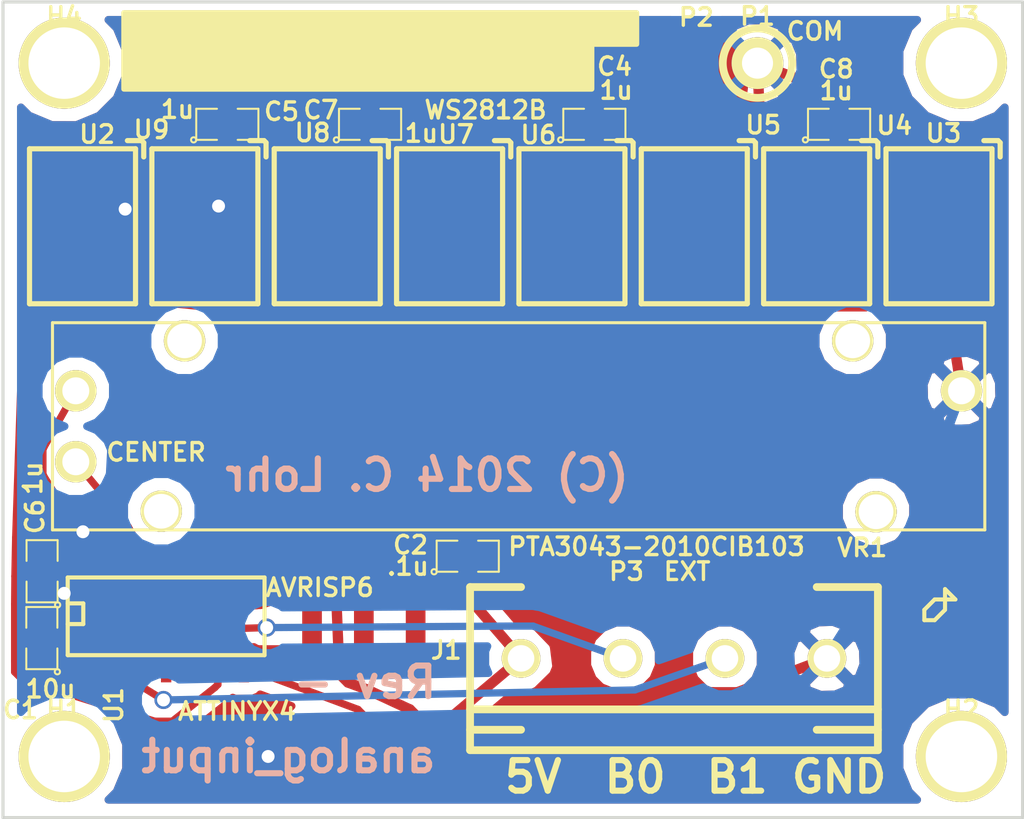
<source format=kicad_pcb>
(kicad_pcb (version 3) (host pcbnew "(2013-mar-13)-testing")

  (general
    (links 53)
    (no_connects 0)
    (area 124.510095 84.87961 175.266016 125.61315)
    (thickness 1.6)
    (drawings 20)
    (tracks 485)
    (zones 0)
    (modules 25)
    (nets 27)
  )

  (page A4)
  (layers
    (15 F.Cu signal)
    (0 B.Cu signal)
    (16 B.Adhes user)
    (17 F.Adhes user)
    (18 B.Paste user)
    (19 F.Paste user)
    (20 B.SilkS user)
    (21 F.SilkS user)
    (22 B.Mask user)
    (23 F.Mask user)
    (24 Dwgs.User user)
    (25 Cmts.User user)
    (26 Eco1.User user)
    (27 Eco2.User user)
    (28 Edge.Cuts user)
  )

  (setup
    (last_trace_width 0.3556)
    (trace_clearance 0.2794)
    (zone_clearance 0.6112)
    (zone_45_only no)
    (trace_min 0.254)
    (segment_width 0.2)
    (edge_width 0.15)
    (via_size 0.889)
    (via_drill 0.635)
    (via_min_size 0.889)
    (via_min_drill 0.508)
    (uvia_size 0.508)
    (uvia_drill 0.127)
    (uvias_allowed no)
    (uvia_min_size 0.508)
    (uvia_min_drill 0.127)
    (pcb_text_width 0.3)
    (pcb_text_size 1.5 1.5)
    (mod_edge_width 0.15)
    (mod_text_size 0.8636 0.8636)
    (mod_text_width 0.1651)
    (pad_size 1.524 1.524)
    (pad_drill 0.762)
    (pad_to_mask_clearance 0.2)
    (aux_axis_origin 0 0)
    (visible_elements FFFFFF7F)
    (pcbplotparams
      (layerselection 284196865)
      (usegerberextensions true)
      (excludeedgelayer false)
      (linewidth 0.100000)
      (plotframeref false)
      (viasonmask false)
      (mode 1)
      (useauxorigin false)
      (hpglpennumber 1)
      (hpglpenspeed 20)
      (hpglpendiameter 15)
      (hpglpenoverlay 2)
      (psnegative false)
      (psa4output false)
      (plotreference true)
      (plotvalue true)
      (plotothertext true)
      (plotinvisibletext false)
      (padsonsilk false)
      (subtractmaskfromsilk false)
      (outputformat 1)
      (mirror false)
      (drillshape 0)
      (scaleselection 1)
      (outputdirectory analog_input_rev-_50mmx50mm_GREEN_1_6mm))
  )

  (net 0 "")
  (net 1 +5V)
  (net 2 GND)
  (net 3 N-000001)
  (net 4 N-0000012)
  (net 5 N-0000013)
  (net 6 N-0000014)
  (net 7 N-0000015)
  (net 8 N-0000016)
  (net 9 N-0000017)
  (net 10 N-0000018)
  (net 11 N-0000019)
  (net 12 N-000002)
  (net 13 N-0000020)
  (net 14 N-0000021)
  (net 15 N-0000022)
  (net 16 N-0000023)
  (net 17 N-0000024)
  (net 18 N-0000025)
  (net 19 N-0000026)
  (net 20 N-0000027)
  (net 21 N-000003)
  (net 22 N-000005)
  (net 23 N-000006)
  (net 24 N-000007)
  (net 25 N-000008)
  (net 26 N-000009)

  (net_class Default "This is the default net class."
    (clearance 0.2794)
    (trace_width 0.3556)
    (via_dia 0.889)
    (via_drill 0.635)
    (uvia_dia 0.508)
    (uvia_drill 0.127)
    (add_net "")
    (add_net N-000001)
    (add_net N-0000012)
    (add_net N-0000013)
    (add_net N-0000014)
    (add_net N-0000015)
    (add_net N-0000016)
    (add_net N-0000017)
    (add_net N-0000018)
    (add_net N-0000019)
    (add_net N-000002)
    (add_net N-0000020)
    (add_net N-0000021)
    (add_net N-0000022)
    (add_net N-0000023)
    (add_net N-0000024)
    (add_net N-0000025)
    (add_net N-0000026)
    (add_net N-0000027)
    (add_net N-000003)
    (add_net N-000005)
    (add_net N-000006)
    (add_net N-000007)
    (add_net N-000008)
    (add_net N-000009)
  )

  (net_class POW ""
    (clearance 0.3048)
    (trace_width 0.508)
    (via_dia 0.889)
    (via_drill 0.635)
    (uvia_dia 0.508)
    (uvia_drill 0.127)
    (add_net +5V)
    (add_net GND)
  )

  (module SM0805 (layer F.Cu) (tedit 53A4761F) (tstamp 53A4744C)
    (at 126.9044 116.1949 90)
    (path /53A1A5C2)
    (attr smd)
    (fp_text reference C1 (at -3.5153 -1.0474 180) (layer F.SilkS)
      (effects (font (size 0.8636 0.8636) (thickness 0.1651)))
    )
    (fp_text value 10u (at -2.4993 0.4258 180) (layer F.SilkS)
      (effects (font (size 0.8636 0.8636) (thickness 0.1651)))
    )
    (fp_circle (center -1.651 0.762) (end -1.651 0.635) (layer F.SilkS) (width 0.09906))
    (fp_line (start -0.508 0.762) (end -1.524 0.762) (layer F.SilkS) (width 0.09906))
    (fp_line (start -1.524 0.762) (end -1.524 -0.762) (layer F.SilkS) (width 0.09906))
    (fp_line (start -1.524 -0.762) (end -0.508 -0.762) (layer F.SilkS) (width 0.09906))
    (fp_line (start 0.508 -0.762) (end 1.524 -0.762) (layer F.SilkS) (width 0.09906))
    (fp_line (start 1.524 -0.762) (end 1.524 0.762) (layer F.SilkS) (width 0.09906))
    (fp_line (start 1.524 0.762) (end 0.508 0.762) (layer F.SilkS) (width 0.09906))
    (pad 1 smd rect (at -0.9525 0 90) (size 0.889 1.397)
      (layers F.Cu F.Paste F.Mask)
      (net 1 +5V)
    )
    (pad 2 smd rect (at 0.9525 0 90) (size 0.889 1.397)
      (layers F.Cu F.Paste F.Mask)
      (net 2 GND)
    )
    (model smd/chip_cms.wrl
      (at (xyz 0 0 0))
      (scale (xyz 0.1 0.1 0.1))
      (rotate (xyz 0 0 0))
    )
  )

  (module SM0805 (layer F.Cu) (tedit 53A475D7) (tstamp 53A47459)
    (at 147.791 112.18)
    (path /53A1A5C5)
    (attr smd)
    (fp_text reference C2 (at -2.8078 -0.547) (layer F.SilkS)
      (effects (font (size 0.8636 0.8636) (thickness 0.1651)))
    )
    (fp_text value .1u (at -2.9348 0.4944) (layer F.SilkS)
      (effects (font (size 0.8636 0.8636) (thickness 0.1651)))
    )
    (fp_circle (center -1.651 0.762) (end -1.651 0.635) (layer F.SilkS) (width 0.09906))
    (fp_line (start -0.508 0.762) (end -1.524 0.762) (layer F.SilkS) (width 0.09906))
    (fp_line (start -1.524 0.762) (end -1.524 -0.762) (layer F.SilkS) (width 0.09906))
    (fp_line (start -1.524 -0.762) (end -0.508 -0.762) (layer F.SilkS) (width 0.09906))
    (fp_line (start 0.508 -0.762) (end 1.524 -0.762) (layer F.SilkS) (width 0.09906))
    (fp_line (start 1.524 -0.762) (end 1.524 0.762) (layer F.SilkS) (width 0.09906))
    (fp_line (start 1.524 0.762) (end 0.508 0.762) (layer F.SilkS) (width 0.09906))
    (pad 1 smd rect (at -0.9525 0) (size 0.889 1.397)
      (layers F.Cu F.Paste F.Mask)
      (net 1 +5V)
    )
    (pad 2 smd rect (at 0.9525 0) (size 0.889 1.397)
      (layers F.Cu F.Paste F.Mask)
      (net 2 GND)
    )
    (model smd/chip_cms.wrl
      (at (xyz 0 0 0))
      (scale (xyz 0.1 0.1 0.1))
      (rotate (xyz 0 0 0))
    )
  )

  (module SM0805 (layer F.Cu) (tedit 53A4766D) (tstamp 53A47473)
    (at 154 91)
    (path /53A3C82F)
    (attr smd)
    (fp_text reference C4 (at 0.9908 -2.8366) (layer F.SilkS)
      (effects (font (size 0.8636 0.8636) (thickness 0.1651)))
    )
    (fp_text value 1u (at 1.067 -1.6682) (layer F.SilkS)
      (effects (font (size 0.8636 0.8636) (thickness 0.1651)))
    )
    (fp_circle (center -1.651 0.762) (end -1.651 0.635) (layer F.SilkS) (width 0.09906))
    (fp_line (start -0.508 0.762) (end -1.524 0.762) (layer F.SilkS) (width 0.09906))
    (fp_line (start -1.524 0.762) (end -1.524 -0.762) (layer F.SilkS) (width 0.09906))
    (fp_line (start -1.524 -0.762) (end -0.508 -0.762) (layer F.SilkS) (width 0.09906))
    (fp_line (start 0.508 -0.762) (end 1.524 -0.762) (layer F.SilkS) (width 0.09906))
    (fp_line (start 1.524 -0.762) (end 1.524 0.762) (layer F.SilkS) (width 0.09906))
    (fp_line (start 1.524 0.762) (end 0.508 0.762) (layer F.SilkS) (width 0.09906))
    (pad 1 smd rect (at -0.9525 0) (size 0.889 1.397)
      (layers F.Cu F.Paste F.Mask)
      (net 1 +5V)
    )
    (pad 2 smd rect (at 0.9525 0) (size 0.889 1.397)
      (layers F.Cu F.Paste F.Mask)
      (net 2 GND)
    )
    (model smd/chip_cms.wrl
      (at (xyz 0 0 0))
      (scale (xyz 0.1 0.1 0.1))
      (rotate (xyz 0 0 0))
    )
  )

  (module SM0805 (layer F.Cu) (tedit 53A47651) (tstamp 53A47480)
    (at 136 91)
    (path /53A3C829)
    (attr smd)
    (fp_text reference C5 (at 2.6586 -0.6268) (layer F.SilkS)
      (effects (font (size 0.8636 0.8636) (thickness 0.1651)))
    )
    (fp_text value 1u (at -2.4468 -0.7284) (layer F.SilkS)
      (effects (font (size 0.8636 0.8636) (thickness 0.1651)))
    )
    (fp_circle (center -1.651 0.762) (end -1.651 0.635) (layer F.SilkS) (width 0.09906))
    (fp_line (start -0.508 0.762) (end -1.524 0.762) (layer F.SilkS) (width 0.09906))
    (fp_line (start -1.524 0.762) (end -1.524 -0.762) (layer F.SilkS) (width 0.09906))
    (fp_line (start -1.524 -0.762) (end -0.508 -0.762) (layer F.SilkS) (width 0.09906))
    (fp_line (start 0.508 -0.762) (end 1.524 -0.762) (layer F.SilkS) (width 0.09906))
    (fp_line (start 1.524 -0.762) (end 1.524 0.762) (layer F.SilkS) (width 0.09906))
    (fp_line (start 1.524 0.762) (end 0.508 0.762) (layer F.SilkS) (width 0.09906))
    (pad 1 smd rect (at -0.9525 0) (size 0.889 1.397)
      (layers F.Cu F.Paste F.Mask)
      (net 1 +5V)
    )
    (pad 2 smd rect (at 0.9525 0) (size 0.889 1.397)
      (layers F.Cu F.Paste F.Mask)
      (net 2 GND)
    )
    (model smd/chip_cms.wrl
      (at (xyz 0 0 0))
      (scale (xyz 0.1 0.1 0.1))
      (rotate (xyz 0 0 0))
    )
  )

  (module SM0805 (layer F.Cu) (tedit 53A47616) (tstamp 53A4748D)
    (at 126.9166 112.9165 90)
    (path /53A3CBFB)
    (attr smd)
    (fp_text reference C6 (at 2.6805 -0.3484 90) (layer F.SilkS)
      (effects (font (size 0.8636 0.8636) (thickness 0.1651)))
    )
    (fp_text value 1u (at 4.5601 -0.45 90) (layer F.SilkS)
      (effects (font (size 0.8636 0.8636) (thickness 0.1651)))
    )
    (fp_circle (center -1.651 0.762) (end -1.651 0.635) (layer F.SilkS) (width 0.09906))
    (fp_line (start -0.508 0.762) (end -1.524 0.762) (layer F.SilkS) (width 0.09906))
    (fp_line (start -1.524 0.762) (end -1.524 -0.762) (layer F.SilkS) (width 0.09906))
    (fp_line (start -1.524 -0.762) (end -0.508 -0.762) (layer F.SilkS) (width 0.09906))
    (fp_line (start 0.508 -0.762) (end 1.524 -0.762) (layer F.SilkS) (width 0.09906))
    (fp_line (start 1.524 -0.762) (end 1.524 0.762) (layer F.SilkS) (width 0.09906))
    (fp_line (start 1.524 0.762) (end 0.508 0.762) (layer F.SilkS) (width 0.09906))
    (pad 1 smd rect (at -0.9525 0 90) (size 0.889 1.397)
      (layers F.Cu F.Paste F.Mask)
      (net 2 GND)
    )
    (pad 2 smd rect (at 0.9525 0 90) (size 0.889 1.397)
      (layers F.Cu F.Paste F.Mask)
      (net 14 N-0000021)
    )
    (model smd/chip_cms.wrl
      (at (xyz 0 0 0))
      (scale (xyz 0.1 0.1 0.1))
      (rotate (xyz 0 0 0))
    )
  )

  (module 632HOLE (layer F.Cu) (tedit 534E01ED) (tstamp 53A47493)
    (at 128 122)
    (descr Hole)
    (tags "DEV 6-32 HOLE")
    (path /53A1A5D6)
    (fp_text reference H1 (at 0 -2.30124) (layer F.SilkS)
      (effects (font (size 0.8636 0.8636) (thickness 0.1651)))
    )
    (fp_text value CONN_1 (at 0 2.794) (layer F.SilkS) hide
      (effects (font (size 0.8636 0.8636) (thickness 0.1651)))
    )
    (fp_circle (center 0 0) (end 1.69926 -0.09906) (layer F.SilkS) (width 0.381))
    (pad 1 thru_hole circle (at 0 0) (size 4.4704 4.4704) (drill 3.5052)
      (layers *.Cu *.Mask F.SilkS)
      (net 16 N-0000023)
    )
  )

  (module 632HOLE (layer F.Cu) (tedit 534E01ED) (tstamp 53A47499)
    (at 172 122)
    (descr Hole)
    (tags "DEV 6-32 HOLE")
    (path /53A1A5DE)
    (fp_text reference H2 (at 0 -2.30124) (layer F.SilkS)
      (effects (font (size 0.8636 0.8636) (thickness 0.1651)))
    )
    (fp_text value CONN_1 (at 0 2.794) (layer F.SilkS) hide
      (effects (font (size 0.8636 0.8636) (thickness 0.1651)))
    )
    (fp_circle (center 0 0) (end 1.69926 -0.09906) (layer F.SilkS) (width 0.381))
    (pad 1 thru_hole circle (at 0 0) (size 4.4704 4.4704) (drill 3.5052)
      (layers *.Cu *.Mask F.SilkS)
      (net 9 N-0000017)
    )
  )

  (module 632HOLE (layer F.Cu) (tedit 534E01ED) (tstamp 53A4749F)
    (at 172 88)
    (descr Hole)
    (tags "DEV 6-32 HOLE")
    (path /53A1A5DF)
    (fp_text reference H3 (at 0 -2.30124) (layer F.SilkS)
      (effects (font (size 0.8636 0.8636) (thickness 0.1651)))
    )
    (fp_text value CONN_1 (at 0 2.794) (layer F.SilkS) hide
      (effects (font (size 0.8636 0.8636) (thickness 0.1651)))
    )
    (fp_circle (center 0 0) (end 1.69926 -0.09906) (layer F.SilkS) (width 0.381))
    (pad 1 thru_hole circle (at 0 0) (size 4.4704 4.4704) (drill 3.5052)
      (layers *.Cu *.Mask F.SilkS)
      (net 8 N-0000016)
    )
  )

  (module 632HOLE (layer F.Cu) (tedit 534E01ED) (tstamp 53A474A5)
    (at 128 88)
    (descr Hole)
    (tags "DEV 6-32 HOLE")
    (path /53A1A5E0)
    (fp_text reference H4 (at 0 -2.30124) (layer F.SilkS)
      (effects (font (size 0.8636 0.8636) (thickness 0.1651)))
    )
    (fp_text value CONN_1 (at 0 2.794) (layer F.SilkS) hide
      (effects (font (size 0.8636 0.8636) (thickness 0.1651)))
    )
    (fp_circle (center 0 0) (end 1.69926 -0.09906) (layer F.SilkS) (width 0.381))
    (pad 1 thru_hole circle (at 0 0) (size 4.4704 4.4704) (drill 3.5052)
      (layers *.Cu *.Mask F.SilkS)
      (net 7 N-0000015)
    )
  )

  (module RIBBON6SMT (layer F.Cu) (tedit 53A4760E) (tstamp 53A474AF)
    (at 145.2347 121.6871 180)
    (path /53A1A59A)
    (fp_text reference J1 (at -1.5011 4.8979 360) (layer F.SilkS)
      (effects (font (size 0.8636 0.8636) (thickness 0.1651)))
    )
    (fp_text value AVRISP6 (at 4.6965 7.9713 180) (layer F.SilkS)
      (effects (font (size 0.8636 0.8636) (thickness 0.1651)))
    )
    (pad 2 smd rect (at 0 0 180) (size 0.9652 3.0226)
      (layers F.Cu F.Paste F.Mask)
      (net 1 +5V)
    )
    (pad 4 smd rect (at 2.54 0 180) (size 0.9652 3.0226)
      (layers F.Cu F.Paste F.Mask)
      (net 6 N-0000014)
    )
    (pad 6 smd rect (at 5.08 0 180) (size 0.9652 3.0226)
      (layers F.Cu F.Paste F.Mask)
      (net 2 GND)
    )
    (pad 1 smd rect (at 0 5.5372 180) (size 0.9652 3.0226)
      (layers F.Cu F.Paste F.Mask)
      (net 11 N-0000019)
    )
    (pad 3 smd rect (at 2.54 5.5372 180) (size 0.9652 3.0226)
      (layers F.Cu F.Paste F.Mask)
      (net 5 N-0000013)
    )
    (pad 5 smd rect (at 5.08 5.5372 180) (size 0.9652 3.0226)
      (layers F.Cu F.Paste F.Mask)
      (net 10 N-0000018)
    )
  )

  (module 60MILHOLE (layer F.Cu) (tedit 520FC81B) (tstamp 53A474B5)
    (at 162 88)
    (descr Hole)
    (tags "DEV 60MIL HOLE")
    (path /53A1A5DB)
    (fp_text reference P1 (at 0 -2.30124) (layer F.SilkS)
      (effects (font (size 0.8636 0.8636) (thickness 0.1651)))
    )
    (fp_text value COM (at 0 2.794) (layer F.SilkS) hide
      (effects (font (size 0.8636 0.8636) (thickness 0.1651)))
    )
    (fp_circle (center 0 0) (end 1.69926 -0.09906) (layer F.SilkS) (width 0.381))
    (pad 1 thru_hole circle (at 0 0) (size 2.54 2.54) (drill 1.524)
      (layers *.Cu *.Mask F.SilkS)
      (net 2 GND)
    )
  )

  (module .2SMTPIN (layer F.Cu) (tedit 53A4767C) (tstamp 53A474BA)
    (at 159 89)
    (path /53A1A5DA)
    (fp_text reference P2 (at 0 -3.25) (layer F.SilkS)
      (effects (font (size 0.8636 0.8636) (thickness 0.1651)))
    )
    (fp_text value COM (at 5.8206 -2.5638) (layer F.SilkS)
      (effects (font (size 0.8636 0.8636) (thickness 0.1651)))
    )
    (pad 1 smd circle (at 0 0) (size 5.08 5.08)
      (layers F.Cu F.Paste F.Mask)
      (net 2 GND)
    )
  )

  (module PHOENIX1935187 (layer F.Cu) (tedit 53A475E1) (tstamp 53A474CA)
    (at 157.9044 117.1913)
    (path /53A46E83)
    (fp_text reference P3 (at -2.3294 -4.2629) (layer F.SilkS)
      (effects (font (size 0.8636 0.8636) (thickness 0.1651)))
    )
    (fp_text value EXT (at 0.6424 -4.2629) (layer F.SilkS)
      (effects (font (size 0.8636 0.8636) (thickness 0.1651)))
    )
    (fp_line (start -10 -3.5) (end -10 4.5) (layer F.SilkS) (width 0.381))
    (fp_line (start 10 -3.5) (end 10 4.5) (layer F.SilkS) (width 0.381))
    (fp_line (start 10 4.5) (end -10 4.5) (layer F.SilkS) (width 0.381))
    (fp_line (start -10 2.5) (end 10 2.5) (layer F.SilkS) (width 0.381))
    (fp_line (start 7 -3.5) (end 10 -3.5) (layer F.SilkS) (width 0.381))
    (fp_line (start 10 3.5) (end 7 3.5) (layer F.SilkS) (width 0.381))
    (fp_line (start -7.5 -3.5) (end -10 -3.5) (layer F.SilkS) (width 0.381))
    (fp_line (start -10 3.5) (end -7.5 3.5) (layer F.SilkS) (width 0.381))
    (pad 1 thru_hole circle (at -7.5 0) (size 1.9 1.9) (drill 1.3)
      (layers *.Cu *.Mask F.SilkS)
      (net 1 +5V)
    )
    (pad 2 thru_hole circle (at -2.5 0) (size 1.9 1.9) (drill 1.3)
      (layers *.Cu *.Mask F.SilkS)
      (net 25 N-000008)
    )
    (pad 3 thru_hole circle (at 2.5 0) (size 1.9 1.9) (drill 1.3)
      (layers *.Cu *.Mask F.SilkS)
      (net 26 N-000009)
    )
    (pad 4 thru_hole circle (at 7.5 0) (size 1.9 1.9) (drill 1.3)
      (layers *.Cu *.Mask F.SilkS)
      (net 2 GND)
    )
  )

  (module SO14E (layer F.Cu) (tedit 53A47691) (tstamp 53A474FD)
    (at 133 115)
    (descr "module CMS SOJ 14 pins etroit")
    (tags "CMS SOJ")
    (path /53A1A599)
    (attr smd)
    (fp_text reference U1 (at -2.571 4.4816 90) (layer F.SilkS)
      (effects (font (size 0.8636 0.8636) (thickness 0.1651)))
    )
    (fp_text value ATTINYX4 (at 3.4742 4.7864) (layer F.SilkS)
      (effects (font (size 0.8636 0.8636) (thickness 0.1651)))
    )
    (fp_line (start -4.826 -1.778) (end 4.826 -1.778) (layer F.SilkS) (width 0.2032))
    (fp_line (start 4.826 -1.778) (end 4.826 2.032) (layer F.SilkS) (width 0.2032))
    (fp_line (start 4.826 2.032) (end -4.826 2.032) (layer F.SilkS) (width 0.2032))
    (fp_line (start -4.826 2.032) (end -4.826 -1.778) (layer F.SilkS) (width 0.2032))
    (fp_line (start -4.826 -0.508) (end -4.064 -0.508) (layer F.SilkS) (width 0.2032))
    (fp_line (start -4.064 -0.508) (end -4.064 0.508) (layer F.SilkS) (width 0.2032))
    (fp_line (start -4.064 0.508) (end -4.826 0.508) (layer F.SilkS) (width 0.2032))
    (pad 1 smd rect (at -3.81 2.794) (size 0.508 1.143)
      (layers F.Cu F.Paste F.Mask)
      (net 1 +5V)
    )
    (pad 2 smd rect (at -2.54 2.794) (size 0.508 1.143)
      (layers F.Cu F.Paste F.Mask)
      (net 25 N-000008)
    )
    (pad 3 smd rect (at -1.27 2.794) (size 0.508 1.143)
      (layers F.Cu F.Paste F.Mask)
      (net 26 N-000009)
    )
    (pad 4 smd rect (at 0 2.794) (size 0.508 1.143)
      (layers F.Cu F.Paste F.Mask)
      (net 10 N-0000018)
    )
    (pad 5 smd rect (at 1.27 2.794) (size 0.508 1.143)
      (layers F.Cu F.Paste F.Mask)
      (net 4 N-0000012)
    )
    (pad 6 smd rect (at 2.54 2.794) (size 0.508 1.143)
      (layers F.Cu F.Paste F.Mask)
      (net 17 N-0000024)
    )
    (pad 7 smd rect (at 3.81 2.794) (size 0.508 1.143)
      (layers F.Cu F.Paste F.Mask)
      (net 6 N-0000014)
    )
    (pad 8 smd rect (at 3.81 -2.54) (size 0.508 1.143)
      (layers F.Cu F.Paste F.Mask)
      (net 11 N-0000019)
    )
    (pad 9 smd rect (at 2.54 -2.54) (size 0.508 1.143)
      (layers F.Cu F.Paste F.Mask)
      (net 5 N-0000013)
    )
    (pad 10 smd rect (at 1.27 -2.54) (size 0.508 1.143)
      (layers F.Cu F.Paste F.Mask)
      (net 15 N-0000022)
    )
    (pad 11 smd rect (at 0 -2.54) (size 0.508 1.143)
      (layers F.Cu F.Paste F.Mask)
      (net 13 N-0000020)
    )
    (pad 12 smd rect (at -1.27 -2.54) (size 0.508 1.143)
      (layers F.Cu F.Paste F.Mask)
      (net 12 N-000002)
    )
    (pad 13 smd rect (at -2.54 -2.54) (size 0.508 1.143)
      (layers F.Cu F.Paste F.Mask)
      (net 14 N-0000021)
    )
    (pad 14 smd rect (at -3.81 -2.54) (size 0.508 1.143)
      (layers F.Cu F.Paste F.Mask)
      (net 2 GND)
    )
    (model smd/cms_so14.wrl
      (at (xyz 0 0 0))
      (scale (xyz 0.5 0.3 0.5))
      (rotate (xyz 0 0 0))
    )
  )

  (module WS2812B (layer F.Cu) (tedit 53A4765B) (tstamp 53A4750C)
    (at 129 96 90)
    (path /53A1A5C7)
    (fp_text reference U2 (at 4.5092 0.6162 180) (layer F.SilkS)
      (effects (font (size 0.8636 0.8636) (thickness 0.1651)))
    )
    (fp_text value WS2812B (at 5.703 19.6662 180) (layer F.SilkS)
      (effects (font (size 0.8636 0.8636) (thickness 0.1651)))
    )
    (fp_line (start 4.09956 2.90068) (end 4.20116 2.79908) (layer F.SilkS) (width 0.254))
    (fp_line (start 4.20116 2.79908) (end 4.20116 2.10058) (layer F.SilkS) (width 0.254))
    (fp_line (start 3.40106 2.90068) (end 4.09956 2.90068) (layer F.SilkS) (width 0.254))
    (fp_line (start 3.79984 -2.70002) (end 3.79984 2.49936) (layer F.SilkS) (width 0.254))
    (fp_line (start 3.79984 2.49936) (end -3.79984 2.49936) (layer F.SilkS) (width 0.254))
    (fp_line (start -3.79984 2.49936) (end -3.79984 -2.70002) (layer F.SilkS) (width 0.254))
    (fp_line (start -3.79984 -2.70002) (end 3.79984 -2.70002) (layer F.SilkS) (width 0.254))
    (pad 1 smd rect (at -2.49936 -1.69926 90) (size 1.50114 1.00076)
      (layers F.Cu F.Paste F.Mask)
      (net 1 +5V)
    )
    (pad 2 smd rect (at -2.49936 1.50114 90) (size 1.50114 1.00076)
      (layers F.Cu F.Paste F.Mask)
      (net 18 N-0000025)
    )
    (pad 3 smd rect (at 2.49936 1.50114 90) (size 1.50114 1.00076)
      (layers F.Cu F.Paste F.Mask)
      (net 2 GND)
    )
    (pad 4 smd rect (at 2.49936 -1.69926 90) (size 1.50114 1.00076)
      (layers F.Cu F.Paste F.Mask)
      (net 17 N-0000024)
    )
  )

  (module WS2812B (layer F.Cu) (tedit 53A47686) (tstamp 53A4751B)
    (at 171 96 90)
    (path /53A3C73E)
    (fp_text reference U3 (at 4.56 0.1198 180) (layer F.SilkS)
      (effects (font (size 0.8636 0.8636) (thickness 0.1651)))
    )
    (fp_text value WS2812B (at 0 -3.50012 90) (layer F.SilkS) hide
      (effects (font (size 0.8636 0.8636) (thickness 0.1651)))
    )
    (fp_line (start 4.09956 2.90068) (end 4.20116 2.79908) (layer F.SilkS) (width 0.254))
    (fp_line (start 4.20116 2.79908) (end 4.20116 2.10058) (layer F.SilkS) (width 0.254))
    (fp_line (start 3.40106 2.90068) (end 4.09956 2.90068) (layer F.SilkS) (width 0.254))
    (fp_line (start 3.79984 -2.70002) (end 3.79984 2.49936) (layer F.SilkS) (width 0.254))
    (fp_line (start 3.79984 2.49936) (end -3.79984 2.49936) (layer F.SilkS) (width 0.254))
    (fp_line (start -3.79984 2.49936) (end -3.79984 -2.70002) (layer F.SilkS) (width 0.254))
    (fp_line (start -3.79984 -2.70002) (end 3.79984 -2.70002) (layer F.SilkS) (width 0.254))
    (pad 1 smd rect (at -2.49936 -1.69926 90) (size 1.50114 1.00076)
      (layers F.Cu F.Paste F.Mask)
      (net 1 +5V)
    )
    (pad 2 smd rect (at -2.49936 1.50114 90) (size 1.50114 1.00076)
      (layers F.Cu F.Paste F.Mask)
      (net 24 N-000007)
    )
    (pad 3 smd rect (at 2.49936 1.50114 90) (size 1.50114 1.00076)
      (layers F.Cu F.Paste F.Mask)
      (net 2 GND)
    )
    (pad 4 smd rect (at 2.49936 -1.69926 90) (size 1.50114 1.00076)
      (layers F.Cu F.Paste F.Mask)
      (net 21 N-000003)
    )
  )

  (module WS2812B (layer F.Cu) (tedit 53A47683) (tstamp 53A4752A)
    (at 165 96 90)
    (path /53A3C728)
    (fp_text reference U4 (at 4.941 3.7068 180) (layer F.SilkS)
      (effects (font (size 0.8636 0.8636) (thickness 0.1651)))
    )
    (fp_text value WS2812B (at 0 -3.50012 90) (layer F.SilkS) hide
      (effects (font (size 0.8636 0.8636) (thickness 0.1651)))
    )
    (fp_line (start 4.09956 2.90068) (end 4.20116 2.79908) (layer F.SilkS) (width 0.254))
    (fp_line (start 4.20116 2.79908) (end 4.20116 2.10058) (layer F.SilkS) (width 0.254))
    (fp_line (start 3.40106 2.90068) (end 4.09956 2.90068) (layer F.SilkS) (width 0.254))
    (fp_line (start 3.79984 -2.70002) (end 3.79984 2.49936) (layer F.SilkS) (width 0.254))
    (fp_line (start 3.79984 2.49936) (end -3.79984 2.49936) (layer F.SilkS) (width 0.254))
    (fp_line (start -3.79984 2.49936) (end -3.79984 -2.70002) (layer F.SilkS) (width 0.254))
    (fp_line (start -3.79984 -2.70002) (end 3.79984 -2.70002) (layer F.SilkS) (width 0.254))
    (pad 1 smd rect (at -2.49936 -1.69926 90) (size 1.50114 1.00076)
      (layers F.Cu F.Paste F.Mask)
      (net 1 +5V)
    )
    (pad 2 smd rect (at -2.49936 1.50114 90) (size 1.50114 1.00076)
      (layers F.Cu F.Paste F.Mask)
      (net 21 N-000003)
    )
    (pad 3 smd rect (at 2.49936 1.50114 90) (size 1.50114 1.00076)
      (layers F.Cu F.Paste F.Mask)
      (net 2 GND)
    )
    (pad 4 smd rect (at 2.49936 -1.69926 90) (size 1.50114 1.00076)
      (layers F.Cu F.Paste F.Mask)
      (net 23 N-000006)
    )
  )

  (module WS2812B (layer F.Cu) (tedit 53A47680) (tstamp 53A47539)
    (at 159 96 90)
    (path /53A3C712)
    (fp_text reference U5 (at 4.9664 3.2806 180) (layer F.SilkS)
      (effects (font (size 0.8636 0.8636) (thickness 0.1651)))
    )
    (fp_text value WS2812B (at 0 -3.50012 90) (layer F.SilkS) hide
      (effects (font (size 0.8636 0.8636) (thickness 0.1651)))
    )
    (fp_line (start 4.09956 2.90068) (end 4.20116 2.79908) (layer F.SilkS) (width 0.254))
    (fp_line (start 4.20116 2.79908) (end 4.20116 2.10058) (layer F.SilkS) (width 0.254))
    (fp_line (start 3.40106 2.90068) (end 4.09956 2.90068) (layer F.SilkS) (width 0.254))
    (fp_line (start 3.79984 -2.70002) (end 3.79984 2.49936) (layer F.SilkS) (width 0.254))
    (fp_line (start 3.79984 2.49936) (end -3.79984 2.49936) (layer F.SilkS) (width 0.254))
    (fp_line (start -3.79984 2.49936) (end -3.79984 -2.70002) (layer F.SilkS) (width 0.254))
    (fp_line (start -3.79984 -2.70002) (end 3.79984 -2.70002) (layer F.SilkS) (width 0.254))
    (pad 1 smd rect (at -2.49936 -1.69926 90) (size 1.50114 1.00076)
      (layers F.Cu F.Paste F.Mask)
      (net 1 +5V)
    )
    (pad 2 smd rect (at -2.49936 1.50114 90) (size 1.50114 1.00076)
      (layers F.Cu F.Paste F.Mask)
      (net 23 N-000006)
    )
    (pad 3 smd rect (at 2.49936 1.50114 90) (size 1.50114 1.00076)
      (layers F.Cu F.Paste F.Mask)
      (net 2 GND)
    )
    (pad 4 smd rect (at 2.49936 -1.69926 90) (size 1.50114 1.00076)
      (layers F.Cu F.Paste F.Mask)
      (net 22 N-000005)
    )
  )

  (module WS2812B (layer F.Cu) (tedit 53A47665) (tstamp 53A47548)
    (at 153 96 90)
    (path /53A3C6FC)
    (fp_text reference U6 (at 4.4838 -1.743 180) (layer F.SilkS)
      (effects (font (size 0.8636 0.8636) (thickness 0.1651)))
    )
    (fp_text value WS2812B (at 0 -3.50012 90) (layer F.SilkS) hide
      (effects (font (size 0.8636 0.8636) (thickness 0.1651)))
    )
    (fp_line (start 4.09956 2.90068) (end 4.20116 2.79908) (layer F.SilkS) (width 0.254))
    (fp_line (start 4.20116 2.79908) (end 4.20116 2.10058) (layer F.SilkS) (width 0.254))
    (fp_line (start 3.40106 2.90068) (end 4.09956 2.90068) (layer F.SilkS) (width 0.254))
    (fp_line (start 3.79984 -2.70002) (end 3.79984 2.49936) (layer F.SilkS) (width 0.254))
    (fp_line (start 3.79984 2.49936) (end -3.79984 2.49936) (layer F.SilkS) (width 0.254))
    (fp_line (start -3.79984 2.49936) (end -3.79984 -2.70002) (layer F.SilkS) (width 0.254))
    (fp_line (start -3.79984 -2.70002) (end 3.79984 -2.70002) (layer F.SilkS) (width 0.254))
    (pad 1 smd rect (at -2.49936 -1.69926 90) (size 1.50114 1.00076)
      (layers F.Cu F.Paste F.Mask)
      (net 1 +5V)
    )
    (pad 2 smd rect (at -2.49936 1.50114 90) (size 1.50114 1.00076)
      (layers F.Cu F.Paste F.Mask)
      (net 22 N-000005)
    )
    (pad 3 smd rect (at 2.49936 1.50114 90) (size 1.50114 1.00076)
      (layers F.Cu F.Paste F.Mask)
      (net 2 GND)
    )
    (pad 4 smd rect (at 2.49936 -1.69926 90) (size 1.50114 1.00076)
      (layers F.Cu F.Paste F.Mask)
      (net 3 N-000001)
    )
  )

  (module WS2812B (layer F.Cu) (tedit 53A47661) (tstamp 53A47557)
    (at 147 96 90)
    (path /53A3C329)
    (fp_text reference U7 (at 4.5092 0.2184 180) (layer F.SilkS)
      (effects (font (size 0.8636 0.8636) (thickness 0.1651)))
    )
    (fp_text value WS2812B (at 0 -3.50012 90) (layer F.SilkS) hide
      (effects (font (size 0.8636 0.8636) (thickness 0.1651)))
    )
    (fp_line (start 4.09956 2.90068) (end 4.20116 2.79908) (layer F.SilkS) (width 0.254))
    (fp_line (start 4.20116 2.79908) (end 4.20116 2.10058) (layer F.SilkS) (width 0.254))
    (fp_line (start 3.40106 2.90068) (end 4.09956 2.90068) (layer F.SilkS) (width 0.254))
    (fp_line (start 3.79984 -2.70002) (end 3.79984 2.49936) (layer F.SilkS) (width 0.254))
    (fp_line (start 3.79984 2.49936) (end -3.79984 2.49936) (layer F.SilkS) (width 0.254))
    (fp_line (start -3.79984 2.49936) (end -3.79984 -2.70002) (layer F.SilkS) (width 0.254))
    (fp_line (start -3.79984 -2.70002) (end 3.79984 -2.70002) (layer F.SilkS) (width 0.254))
    (pad 1 smd rect (at -2.49936 -1.69926 90) (size 1.50114 1.00076)
      (layers F.Cu F.Paste F.Mask)
      (net 1 +5V)
    )
    (pad 2 smd rect (at -2.49936 1.50114 90) (size 1.50114 1.00076)
      (layers F.Cu F.Paste F.Mask)
      (net 3 N-000001)
    )
    (pad 3 smd rect (at 2.49936 1.50114 90) (size 1.50114 1.00076)
      (layers F.Cu F.Paste F.Mask)
      (net 2 GND)
    )
    (pad 4 smd rect (at 2.49936 -1.69926 90) (size 1.50114 1.00076)
      (layers F.Cu F.Paste F.Mask)
      (net 19 N-0000026)
    )
  )

  (module WS2812B (layer F.Cu) (tedit 53A4764B) (tstamp 53A47566)
    (at 141 96 90)
    (path /53A3C2FA)
    (fp_text reference U8 (at 4.5854 -0.8174 180) (layer F.SilkS)
      (effects (font (size 0.8636 0.8636) (thickness 0.1651)))
    )
    (fp_text value WS2812B (at 0 -3.50012 90) (layer F.SilkS) hide
      (effects (font (size 0.8636 0.8636) (thickness 0.1651)))
    )
    (fp_line (start 4.09956 2.90068) (end 4.20116 2.79908) (layer F.SilkS) (width 0.254))
    (fp_line (start 4.20116 2.79908) (end 4.20116 2.10058) (layer F.SilkS) (width 0.254))
    (fp_line (start 3.40106 2.90068) (end 4.09956 2.90068) (layer F.SilkS) (width 0.254))
    (fp_line (start 3.79984 -2.70002) (end 3.79984 2.49936) (layer F.SilkS) (width 0.254))
    (fp_line (start 3.79984 2.49936) (end -3.79984 2.49936) (layer F.SilkS) (width 0.254))
    (fp_line (start -3.79984 2.49936) (end -3.79984 -2.70002) (layer F.SilkS) (width 0.254))
    (fp_line (start -3.79984 -2.70002) (end 3.79984 -2.70002) (layer F.SilkS) (width 0.254))
    (pad 1 smd rect (at -2.49936 -1.69926 90) (size 1.50114 1.00076)
      (layers F.Cu F.Paste F.Mask)
      (net 1 +5V)
    )
    (pad 2 smd rect (at -2.49936 1.50114 90) (size 1.50114 1.00076)
      (layers F.Cu F.Paste F.Mask)
      (net 19 N-0000026)
    )
    (pad 3 smd rect (at 2.49936 1.50114 90) (size 1.50114 1.00076)
      (layers F.Cu F.Paste F.Mask)
      (net 2 GND)
    )
    (pad 4 smd rect (at 2.49936 -1.69926 90) (size 1.50114 1.00076)
      (layers F.Cu F.Paste F.Mask)
      (net 20 N-0000027)
    )
  )

  (module WS2812B (layer F.Cu) (tedit 53A4764F) (tstamp 53A47575)
    (at 135 96 90)
    (path /53A3C2E4)
    (fp_text reference U9 (at 4.7378 -2.7168 180) (layer F.SilkS)
      (effects (font (size 0.8636 0.8636) (thickness 0.1651)))
    )
    (fp_text value WS2812B (at 0 -3.50012 90) (layer F.SilkS) hide
      (effects (font (size 0.8636 0.8636) (thickness 0.1651)))
    )
    (fp_line (start 4.09956 2.90068) (end 4.20116 2.79908) (layer F.SilkS) (width 0.254))
    (fp_line (start 4.20116 2.79908) (end 4.20116 2.10058) (layer F.SilkS) (width 0.254))
    (fp_line (start 3.40106 2.90068) (end 4.09956 2.90068) (layer F.SilkS) (width 0.254))
    (fp_line (start 3.79984 -2.70002) (end 3.79984 2.49936) (layer F.SilkS) (width 0.254))
    (fp_line (start 3.79984 2.49936) (end -3.79984 2.49936) (layer F.SilkS) (width 0.254))
    (fp_line (start -3.79984 2.49936) (end -3.79984 -2.70002) (layer F.SilkS) (width 0.254))
    (fp_line (start -3.79984 -2.70002) (end 3.79984 -2.70002) (layer F.SilkS) (width 0.254))
    (pad 1 smd rect (at -2.49936 -1.69926 90) (size 1.50114 1.00076)
      (layers F.Cu F.Paste F.Mask)
      (net 1 +5V)
    )
    (pad 2 smd rect (at -2.49936 1.50114 90) (size 1.50114 1.00076)
      (layers F.Cu F.Paste F.Mask)
      (net 20 N-0000027)
    )
    (pad 3 smd rect (at 2.49936 1.50114 90) (size 1.50114 1.00076)
      (layers F.Cu F.Paste F.Mask)
      (net 2 GND)
    )
    (pad 4 smd rect (at 2.49936 -1.69926 90) (size 1.50114 1.00076)
      (layers F.Cu F.Paste F.Mask)
      (net 18 N-0000025)
    )
  )

  (module LINEAR_SLIDE_POT_PTA3043 (layer F.Cu) (tedit 53A475FF) (tstamp 53A47ED2)
    (at 150.2868 105.8088)
    (path /53A3CE3B)
    (fp_text reference VR1 (at 16.8452 5.9512) (layer F.SilkS)
      (effects (font (size 0.8636 0.8636) (thickness 0.1651)))
    )
    (fp_text value PTA3043-2010CIB103 (at 6.7614 5.9004) (layer F.SilkS)
      (effects (font (size 0.8636 0.8636) (thickness 0.1651)))
    )
    (fp_text user CENTER (at -17.78 1.27) (layer F.SilkS)
      (effects (font (size 0.8636 0.8636) (thickness 0.1651)))
    )
    (fp_line (start -22.86 -5.08) (end 22.86 -5.08) (layer F.SilkS) (width 0.15))
    (fp_line (start 22.86 -5.08) (end 22.86 5.08) (layer F.SilkS) (width 0.15))
    (fp_line (start 22.86 5.08) (end -22.86 5.08) (layer F.SilkS) (width 0.15))
    (fp_line (start -22.86 5.08) (end -22.86 -5.08) (layer F.SilkS) (width 0.15))
    (pad 1 thru_hole circle (at -21.717 -1.7399) (size 2.032 2.032) (drill 1.3208)
      (layers *.Cu *.Mask F.SilkS)
      (net 14 N-0000021)
    )
    (pad 2 thru_hole circle (at -21.717 1.7399) (size 2.032 2.032) (drill 1.3208)
      (layers *.Cu *.Mask F.SilkS)
      (net 12 N-000002)
    )
    (pad 3 thru_hole circle (at 21.717 -1.7399) (size 2.032 2.032) (drill 1.3208)
      (layers *.Cu *.Mask F.SilkS)
      (net 2 GND)
    )
    (pad ~ thru_hole circle (at -16.383 -4.191) (size 2.032 2.032) (drill 1.7018)
      (layers *.Cu *.Mask F.SilkS)
    )
    (pad ~ thru_hole circle (at 16.383 -4.191) (size 2.032 2.032) (drill 1.7018)
      (layers *.Cu *.Mask F.SilkS)
    )
    (pad ~ thru_hole circle (at 17.526 4.191) (size 2.032 2.032) (drill 1.7018)
      (layers *.Cu *.Mask F.SilkS)
    )
    (pad ~1 thru_hole circle (at -17.526 4.1656) (size 2.032 2.032) (drill 1.7018)
      (layers *.Cu *.Mask F.SilkS)
    )
  )

  (module SM0805 (layer F.Cu) (tedit 53A47658) (tstamp 53A48086)
    (at 143 91)
    (path /53A474C2)
    (attr smd)
    (fp_text reference C7 (at -2.411 -0.703) (layer F.SilkS)
      (effects (font (size 0.8636 0.8636) (thickness 0.1651)))
    )
    (fp_text value 1u (at 2.5166 0.44) (layer F.SilkS)
      (effects (font (size 0.8636 0.8636) (thickness 0.1651)))
    )
    (fp_circle (center -1.651 0.762) (end -1.651 0.635) (layer F.SilkS) (width 0.09906))
    (fp_line (start -0.508 0.762) (end -1.524 0.762) (layer F.SilkS) (width 0.09906))
    (fp_line (start -1.524 0.762) (end -1.524 -0.762) (layer F.SilkS) (width 0.09906))
    (fp_line (start -1.524 -0.762) (end -0.508 -0.762) (layer F.SilkS) (width 0.09906))
    (fp_line (start 0.508 -0.762) (end 1.524 -0.762) (layer F.SilkS) (width 0.09906))
    (fp_line (start 1.524 -0.762) (end 1.524 0.762) (layer F.SilkS) (width 0.09906))
    (fp_line (start 1.524 0.762) (end 0.508 0.762) (layer F.SilkS) (width 0.09906))
    (pad 1 smd rect (at -0.9525 0) (size 0.889 1.397)
      (layers F.Cu F.Paste F.Mask)
      (net 1 +5V)
    )
    (pad 2 smd rect (at 0.9525 0) (size 0.889 1.397)
      (layers F.Cu F.Paste F.Mask)
      (net 2 GND)
    )
    (model smd/chip_cms.wrl
      (at (xyz 0 0 0))
      (scale (xyz 0.1 0.1 0.1))
      (rotate (xyz 0 0 0))
    )
  )

  (module SM0805 (layer F.Cu) (tedit 53A47678) (tstamp 53A48093)
    (at 166 91)
    (path /53A474C8)
    (attr smd)
    (fp_text reference C8 (at -0.138 -2.7096) (layer F.SilkS)
      (effects (font (size 0.8636 0.8636) (thickness 0.1651)))
    )
    (fp_text value 1u (at -0.138 -1.6428) (layer F.SilkS)
      (effects (font (size 0.8636 0.8636) (thickness 0.1651)))
    )
    (fp_circle (center -1.651 0.762) (end -1.651 0.635) (layer F.SilkS) (width 0.09906))
    (fp_line (start -0.508 0.762) (end -1.524 0.762) (layer F.SilkS) (width 0.09906))
    (fp_line (start -1.524 0.762) (end -1.524 -0.762) (layer F.SilkS) (width 0.09906))
    (fp_line (start -1.524 -0.762) (end -0.508 -0.762) (layer F.SilkS) (width 0.09906))
    (fp_line (start 0.508 -0.762) (end 1.524 -0.762) (layer F.SilkS) (width 0.09906))
    (fp_line (start 1.524 -0.762) (end 1.524 0.762) (layer F.SilkS) (width 0.09906))
    (fp_line (start 1.524 0.762) (end 0.508 0.762) (layer F.SilkS) (width 0.09906))
    (pad 1 smd rect (at -0.9525 0) (size 0.889 1.397)
      (layers F.Cu F.Paste F.Mask)
      (net 1 +5V)
    )
    (pad 2 smd rect (at 0.9525 0) (size 0.889 1.397)
      (layers F.Cu F.Paste F.Mask)
      (net 2 GND)
    )
    (model smd/chip_cms.wrl
      (at (xyz 0 0 0))
      (scale (xyz 0.1 0.1 0.1))
      (rotate (xyz 0 0 0))
    )
  )

  (gr_text "(C) 2014 C. Lohr" (at 145.796 108.204) (layer B.SilkS)
    (effects (font (size 1.5 1.5) (thickness 0.3)) (justify mirror))
  )
  (gr_text "Rev -" (at 142.748 118.364) (layer B.SilkS)
    (effects (font (size 1.5 1.5) (thickness 0.3)) (justify mirror))
  )
  (gr_text analog_input (at 139 122) (layer B.SilkS)
    (effects (font (size 1.5 1.5) (thickness 0.3)) (justify mirror))
  )
  (gr_line (start 170.688 115.316) (end 170.18 115.316) (angle 90) (layer F.SilkS) (width 0.2))
  (gr_line (start 171.196 114.808) (end 170.688 115.316) (angle 90) (layer F.SilkS) (width 0.2))
  (gr_line (start 171.196 114.3) (end 171.196 114.808) (angle 90) (layer F.SilkS) (width 0.2))
  (gr_line (start 171.704 114.3) (end 171.196 114.3) (angle 90) (layer F.SilkS) (width 0.2))
  (gr_line (start 171.196 113.792) (end 171.704 114.3) (angle 90) (layer F.SilkS) (width 0.2))
  (gr_line (start 171.196 114.3) (end 171.196 113.792) (angle 90) (layer F.SilkS) (width 0.2))
  (gr_line (start 170.688 114.3) (end 171.196 114.3) (angle 90) (layer F.SilkS) (width 0.2))
  (gr_line (start 170.18 114.808) (end 170.688 114.3) (angle 90) (layer F.SilkS) (width 0.2))
  (gr_line (start 170.18 115.316) (end 170.18 114.808) (angle 90) (layer F.SilkS) (width 0.2))
  (gr_line (start 175 125) (end 175 85) (angle 90) (layer Edge.Cuts) (width 0.15))
  (gr_line (start 125 125) (end 175 125) (angle 90) (layer Edge.Cuts) (width 0.15))
  (gr_line (start 125 85) (end 125 125) (angle 90) (layer Edge.Cuts) (width 0.15))
  (gr_text GND (at 166 123) (layer F.SilkS)
    (effects (font (size 1.5 1.5) (thickness 0.3)))
  )
  (gr_text B1 (at 161 123) (layer F.SilkS)
    (effects (font (size 1.5 1.5) (thickness 0.3)))
  )
  (gr_text B0 (at 156 123) (layer F.SilkS)
    (effects (font (size 1.5 1.5) (thickness 0.3)))
  )
  (gr_text 5V (at 151 123) (layer F.SilkS)
    (effects (font (size 1.5 1.5) (thickness 0.3)))
  )
  (gr_line (start 125 85) (end 175 85) (angle 90) (layer Edge.Cuts) (width 0.15))

  (segment (start 146.8385 113.0626) (end 150.4044 117.1913) (width 0.508) (layer F.Cu) (net 1))
  (segment (start 146.8385 112.8785) (end 146.8385 113.0626) (width 0.508) (layer F.Cu) (net 1))
  (segment (start 146.8385 112.6245) (end 146.8385 112.8785) (width 0.508) (layer F.Cu) (net 1))
  (segment (start 146.8385 112.18) (end 146.8385 112.6245) (width 0.508) (layer F.Cu) (net 1))
  (segment (start 146.8385 111.2974) (end 145.1 101.15) (width 0.508) (layer F.Cu) (net 1))
  (segment (start 146.8385 111.4815) (end 146.8385 111.2974) (width 0.508) (layer F.Cu) (net 1))
  (segment (start 146.8385 111.7355) (end 146.8385 111.4815) (width 0.508) (layer F.Cu) (net 1))
  (segment (start 146.8385 112.18) (end 146.8385 111.7355) (width 0.508) (layer F.Cu) (net 1))
  (segment (start 133.3007 98.0028) (end 133.3007 98.4994) (width 0.508) (layer F.Cu) (net 1))
  (segment (start 133.3007 97.7488) (end 133.3007 98.0028) (width 0.508) (layer F.Cu) (net 1))
  (segment (start 133.3007 97.5415) (end 133.3007 97.7488) (width 0.508) (layer F.Cu) (net 1))
  (segment (start 134.4541 94.5478) (end 133.3007 97.5415) (width 0.508) (layer F.Cu) (net 1))
  (segment (start 134.4725 94.5293) (end 134.4541 94.5478) (width 0.508) (layer F.Cu) (net 1))
  (segment (start 135.0475 91.8826) (end 134.4725 94.5293) (width 0.508) (layer F.Cu) (net 1))
  (segment (start 135.0475 91.6985) (end 135.0475 91.8826) (width 0.508) (layer F.Cu) (net 1))
  (segment (start 135.0475 91.4445) (end 135.0475 91.6985) (width 0.508) (layer F.Cu) (net 1))
  (segment (start 135.0475 91) (end 135.0475 91.4445) (width 0.508) (layer F.Cu) (net 1))
  (segment (start 135.0475 90.5555) (end 135.0475 91) (width 0.508) (layer F.Cu) (net 1))
  (segment (start 135.0475 90.3015) (end 135.0475 90.5555) (width 0.508) (layer F.Cu) (net 1))
  (segment (start 135.0475 90.1174) (end 135.0475 90.3015) (width 0.508) (layer F.Cu) (net 1))
  (segment (start 135.3079 89.857) (end 135.0475 90.1174) (width 0.508) (layer F.Cu) (net 1))
  (segment (start 136.2134 89.5902) (end 135.3079 89.857) (width 0.508) (layer F.Cu) (net 1))
  (segment (start 136.8026 89.5902) (end 136.2134 89.5902) (width 0.508) (layer F.Cu) (net 1))
  (segment (start 138.0876 89.5902) (end 136.8026 89.5902) (width 0.508) (layer F.Cu) (net 1))
  (segment (start 138.3994 89.7193) (end 138.0876 89.5902) (width 0.508) (layer F.Cu) (net 1))
  (segment (start 141.3137 91) (end 138.3994 89.7193) (width 0.508) (layer F.Cu) (net 1))
  (segment (start 141.603 91) (end 141.3137 91) (width 0.508) (layer F.Cu) (net 1))
  (segment (start 141.857 91) (end 141.603 91) (width 0.508) (layer F.Cu) (net 1))
  (segment (start 142.0475 91) (end 141.857 91) (width 0.508) (layer F.Cu) (net 1))
  (segment (start 164.5124 94.5458) (end 163.05 97.08) (width 0.508) (layer F.Cu) (net 1))
  (segment (start 165.0475 91.8826) (end 164.5124 94.5458) (width 0.508) (layer F.Cu) (net 1))
  (segment (start 165.0475 91.6985) (end 165.0475 91.8826) (width 0.508) (layer F.Cu) (net 1))
  (segment (start 165.0475 91.4445) (end 165.0475 91.6985) (width 0.508) (layer F.Cu) (net 1))
  (segment (start 165.0475 91) (end 165.0475 91.4445) (width 0.508) (layer F.Cu) (net 1))
  (segment (start 129.19 117.4765) (end 129.19 117.794) (width 0.508) (layer F.Cu) (net 1))
  (segment (start 129.19 117.2225) (end 129.19 117.4765) (width 0.508) (layer F.Cu) (net 1))
  (segment (start 129.19 117.1173) (end 129.19 117.2225) (width 0.508) (layer F.Cu) (net 1))
  (segment (start 129.2279 116.6556) (end 129.19 117.1173) (width 0.508) (layer F.Cu) (net 1))
  (segment (start 129.2623 116.5725) (end 129.2279 116.6556) (width 0.508) (layer F.Cu) (net 1))
  (segment (start 130.064 115.7708) (end 129.2623 116.5725) (width 0.508) (layer F.Cu) (net 1))
  (segment (start 130.1471 115.7364) (end 130.064 115.7708) (width 0.508) (layer F.Cu) (net 1))
  (segment (start 132.533 114.9616) (end 130.1471 115.7364) (width 0.508) (layer F.Cu) (net 1))
  (segment (start 137.4513 114.5242) (end 132.533 114.9616) (width 0.508) (layer F.Cu) (net 1))
  (segment (start 137.6309 114.5176) (end 137.4513 114.5242) (width 0.508) (layer F.Cu) (net 1))
  (segment (start 139.3775 113.9273) (end 137.6309 114.5176) (width 0.508) (layer F.Cu) (net 1))
  (segment (start 139.9667 113.9273) (end 139.3775 113.9273) (width 0.508) (layer F.Cu) (net 1))
  (segment (start 140.9319 113.9273) (end 139.9667 113.9273) (width 0.508) (layer F.Cu) (net 1))
  (segment (start 141.3486 114.344) (end 140.9319 113.9273) (width 0.508) (layer F.Cu) (net 1))
  (segment (start 141.5008 117.9558) (end 141.3486 114.344) (width 0.508) (layer F.Cu) (net 1))
  (segment (start 141.9175 118.3725) (end 141.5008 117.9558) (width 0.508) (layer F.Cu) (net 1))
  (segment (start 142.779 118.6897) (end 141.9175 118.3725) (width 0.508) (layer F.Cu) (net 1))
  (segment (start 142.8621 118.7241) (end 142.779 118.6897) (width 0.508) (layer F.Cu) (net 1))
  (segment (start 144.952 119.6932) (end 142.8621 118.7241) (width 0.508) (layer F.Cu) (net 1))
  (segment (start 145.2347 119.9759) (end 144.952 119.6932) (width 0.508) (layer F.Cu) (net 1))
  (segment (start 145.2347 120.1758) (end 145.2347 119.9759) (width 0.508) (layer F.Cu) (net 1))
  (segment (start 145.2347 120.4298) (end 145.2347 120.1758) (width 0.508) (layer F.Cu) (net 1))
  (segment (start 145.2347 121.6871) (end 145.2347 120.4298) (width 0.508) (layer F.Cu) (net 1))
  (segment (start 146.0119 120.8871) (end 150.4044 117.1913) (width 0.508) (layer F.Cu) (net 1))
  (segment (start 145.7173 120.8871) (end 146.0119 120.8871) (width 0.508) (layer F.Cu) (net 1))
  (segment (start 145.4633 120.8871) (end 145.7173 120.8871) (width 0.508) (layer F.Cu) (net 1))
  (segment (start 145.2347 121.6871) (end 145.4633 120.8871) (width 0.508) (layer F.Cu) (net 1))
  (segment (start 127.3489 117.1474) (end 126.9044 117.1474) (width 0.508) (layer F.Cu) (net 1))
  (segment (start 127.6029 117.1474) (end 127.3489 117.1474) (width 0.508) (layer F.Cu) (net 1))
  (segment (start 127.787 117.1474) (end 127.6029 117.1474) (width 0.508) (layer F.Cu) (net 1))
  (segment (start 128.6993 117.794) (end 127.787 117.1474) (width 0.508) (layer F.Cu) (net 1))
  (segment (start 128.936 117.794) (end 128.6993 117.794) (width 0.508) (layer F.Cu) (net 1))
  (segment (start 129.19 117.794) (end 128.936 117.794) (width 0.508) (layer F.Cu) (net 1))
  (segment (start 133.0543 98.5387) (end 133.3007 98.4994) (width 0.508) (layer F.Cu) (net 1))
  (segment (start 132.8003 98.5387) (end 133.0543 98.5387) (width 0.508) (layer F.Cu) (net 1))
  (segment (start 132.5057 98.5387) (end 132.8003 98.5387) (width 0.508) (layer F.Cu) (net 1))
  (segment (start 132.089 98.9554) (end 132.5057 98.5387) (width 0.508) (layer F.Cu) (net 1))
  (segment (start 131.7128 99.5446) (end 132.089 98.9554) (width 0.508) (layer F.Cu) (net 1))
  (segment (start 131.2961 99.9613) (end 131.7128 99.5446) (width 0.508) (layer F.Cu) (net 1))
  (segment (start 130.7069 99.9613) (end 131.2961 99.9613) (width 0.508) (layer F.Cu) (net 1))
  (segment (start 129.7061 99.9613) (end 130.7069 99.9613) (width 0.508) (layer F.Cu) (net 1))
  (segment (start 127.5938 99.7504) (end 129.7061 99.9613) (width 0.508) (layer F.Cu) (net 1))
  (segment (start 127.3007 99.4573) (end 127.5938 99.7504) (width 0.508) (layer F.Cu) (net 1))
  (segment (start 127.3007 99.25) (end 127.3007 99.4573) (width 0.508) (layer F.Cu) (net 1))
  (segment (start 127.3007 98.996) (end 127.3007 99.25) (width 0.508) (layer F.Cu) (net 1))
  (segment (start 127.3007 98.4994) (end 127.3007 98.996) (width 0.508) (layer F.Cu) (net 1))
  (segment (start 163.5471 98.5387) (end 163.3007 98.4994) (width 0.508) (layer F.Cu) (net 1))
  (segment (start 163.8011 98.5387) (end 163.5471 98.5387) (width 0.508) (layer F.Cu) (net 1))
  (segment (start 164.0957 98.5387) (end 163.8011 98.5387) (width 0.508) (layer F.Cu) (net 1))
  (segment (start 165.7207 99.9259) (end 164.0957 98.5387) (width 0.508) (layer F.Cu) (net 1))
  (segment (start 166.7215 99.9259) (end 165.7207 99.9259) (width 0.508) (layer F.Cu) (net 1))
  (segment (start 167.2815 99.9259) (end 166.7215 99.9259) (width 0.508) (layer F.Cu) (net 1))
  (segment (start 167.6774 99.53) (end 167.2815 99.9259) (width 0.508) (layer F.Cu) (net 1))
  (segment (start 168.089 98.9554) (end 167.6774 99.53) (width 0.508) (layer F.Cu) (net 1))
  (segment (start 168.5057 98.5387) (end 168.089 98.9554) (width 0.508) (layer F.Cu) (net 1))
  (segment (start 168.8003 98.5387) (end 168.5057 98.5387) (width 0.508) (layer F.Cu) (net 1))
  (segment (start 169.0543 98.5387) (end 168.8003 98.5387) (width 0.508) (layer F.Cu) (net 1))
  (segment (start 169.3007 98.4994) (end 169.0543 98.5387) (width 0.508) (layer F.Cu) (net 1))
  (segment (start 163.3007 97.5415) (end 163.05 97.08) (width 0.508) (layer F.Cu) (net 1))
  (segment (start 163.3007 97.7488) (end 163.3007 97.5415) (width 0.508) (layer F.Cu) (net 1))
  (segment (start 163.3007 98.0028) (end 163.3007 97.7488) (width 0.508) (layer F.Cu) (net 1))
  (segment (start 163.3007 98.4994) (end 163.3007 98.0028) (width 0.508) (layer F.Cu) (net 1))
  (segment (start 163.0237 97.08) (end 163.05 97.08) (width 0.508) (layer F.Cu) (net 1))
  (segment (start 162.5623 97.1742) (end 163.0237 97.08) (width 0.508) (layer F.Cu) (net 1))
  (segment (start 162.2257 97.5108) (end 162.5623 97.1742) (width 0.508) (layer F.Cu) (net 1))
  (segment (start 162.2257 98.2559) (end 162.2257 97.5108) (width 0.508) (layer F.Cu) (net 1))
  (segment (start 162.1941 98.2876) (end 162.2257 98.2559) (width 0.508) (layer F.Cu) (net 1))
  (segment (start 161.7128 99.5446) (end 162.1941 98.2876) (width 0.508) (layer F.Cu) (net 1))
  (segment (start 161.2961 99.9613) (end 161.7128 99.5446) (width 0.508) (layer F.Cu) (net 1))
  (segment (start 160.7069 99.9613) (end 161.2961 99.9613) (width 0.508) (layer F.Cu) (net 1))
  (segment (start 159.7061 99.9613) (end 160.7069 99.9613) (width 0.508) (layer F.Cu) (net 1))
  (segment (start 158.0957 98.5387) (end 159.7061 99.9613) (width 0.508) (layer F.Cu) (net 1))
  (segment (start 157.8011 98.5387) (end 158.0957 98.5387) (width 0.508) (layer F.Cu) (net 1))
  (segment (start 157.5471 98.5387) (end 157.8011 98.5387) (width 0.508) (layer F.Cu) (net 1))
  (segment (start 157.3007 98.4994) (end 157.5471 98.5387) (width 0.508) (layer F.Cu) (net 1))
  (segment (start 150.089 99.5446) (end 150.07 99.34) (width 0.508) (layer F.Cu) (net 1))
  (segment (start 150.5057 99.9613) (end 150.089 99.5446) (width 0.508) (layer F.Cu) (net 1))
  (segment (start 154.7069 99.9613) (end 150.5057 99.9613) (width 0.508) (layer F.Cu) (net 1))
  (segment (start 155.2961 99.9613) (end 154.7069 99.9613) (width 0.508) (layer F.Cu) (net 1))
  (segment (start 155.7128 99.5446) (end 155.2961 99.9613) (width 0.508) (layer F.Cu) (net 1))
  (segment (start 156.089 98.9554) (end 155.7128 99.5446) (width 0.508) (layer F.Cu) (net 1))
  (segment (start 156.5057 98.5387) (end 156.089 98.9554) (width 0.508) (layer F.Cu) (net 1))
  (segment (start 156.8003 98.5387) (end 156.5057 98.5387) (width 0.508) (layer F.Cu) (net 1))
  (segment (start 157.0543 98.5387) (end 156.8003 98.5387) (width 0.508) (layer F.Cu) (net 1))
  (segment (start 157.3007 98.4994) (end 157.0543 98.5387) (width 0.508) (layer F.Cu) (net 1))
  (segment (start 153.0475 91.4445) (end 153.0475 91) (width 0.508) (layer F.Cu) (net 1))
  (segment (start 153.0475 91.6985) (end 153.0475 91.4445) (width 0.508) (layer F.Cu) (net 1))
  (segment (start 153.0475 91.8826) (end 153.0475 91.6985) (width 0.508) (layer F.Cu) (net 1))
  (segment (start 152.5124 94.5458) (end 153.0475 91.8826) (width 0.508) (layer F.Cu) (net 1))
  (segment (start 151.3007 97.5415) (end 152.5124 94.5458) (width 0.508) (layer F.Cu) (net 1))
  (segment (start 151.3007 97.7488) (end 151.3007 97.5415) (width 0.508) (layer F.Cu) (net 1))
  (segment (start 151.3007 98.0028) (end 151.3007 97.7488) (width 0.508) (layer F.Cu) (net 1))
  (segment (start 151.3007 98.4994) (end 151.3007 98.0028) (width 0.508) (layer F.Cu) (net 1))
  (segment (start 150.089 98.9554) (end 150.07 99.34) (width 0.508) (layer F.Cu) (net 1))
  (segment (start 150.5057 98.5387) (end 150.089 98.9554) (width 0.508) (layer F.Cu) (net 1))
  (segment (start 150.8003 98.5387) (end 150.5057 98.5387) (width 0.508) (layer F.Cu) (net 1))
  (segment (start 151.0543 98.5387) (end 150.8003 98.5387) (width 0.508) (layer F.Cu) (net 1))
  (segment (start 151.3007 98.4994) (end 151.0543 98.5387) (width 0.508) (layer F.Cu) (net 1))
  (segment (start 141.7061 99.9613) (end 145.1 101.15) (width 0.508) (layer F.Cu) (net 1))
  (segment (start 140.0957 98.5387) (end 141.7061 99.9613) (width 0.508) (layer F.Cu) (net 1))
  (segment (start 139.8011 98.5387) (end 140.0957 98.5387) (width 0.508) (layer F.Cu) (net 1))
  (segment (start 139.5471 98.5387) (end 139.8011 98.5387) (width 0.508) (layer F.Cu) (net 1))
  (segment (start 139.3007 98.4994) (end 139.5471 98.5387) (width 0.508) (layer F.Cu) (net 1))
  (segment (start 139.0543 98.5387) (end 139.3007 98.4994) (width 0.508) (layer F.Cu) (net 1))
  (segment (start 138.8003 98.5387) (end 139.0543 98.5387) (width 0.508) (layer F.Cu) (net 1))
  (segment (start 138.5057 98.5387) (end 138.8003 98.5387) (width 0.508) (layer F.Cu) (net 1))
  (segment (start 138.089 98.9554) (end 138.5057 98.5387) (width 0.508) (layer F.Cu) (net 1))
  (segment (start 137.7128 99.5446) (end 138.089 98.9554) (width 0.508) (layer F.Cu) (net 1))
  (segment (start 137.2961 99.9613) (end 137.7128 99.5446) (width 0.508) (layer F.Cu) (net 1))
  (segment (start 136.7069 99.9613) (end 137.2961 99.9613) (width 0.508) (layer F.Cu) (net 1))
  (segment (start 135.7061 99.9613) (end 136.7069 99.9613) (width 0.508) (layer F.Cu) (net 1))
  (segment (start 133.5938 99.7504) (end 135.7061 99.9613) (width 0.508) (layer F.Cu) (net 1))
  (segment (start 133.3007 99.4573) (end 133.5938 99.7504) (width 0.508) (layer F.Cu) (net 1))
  (segment (start 133.3007 99.25) (end 133.3007 99.4573) (width 0.508) (layer F.Cu) (net 1))
  (segment (start 133.3007 98.996) (end 133.3007 99.25) (width 0.508) (layer F.Cu) (net 1))
  (segment (start 133.3007 98.4994) (end 133.3007 98.996) (width 0.508) (layer F.Cu) (net 1))
  (segment (start 147.7061 99.9613) (end 146.76 99.71) (width 0.508) (layer F.Cu) (net 1))
  (segment (start 148.7069 99.9613) (end 147.7061 99.9613) (width 0.508) (layer F.Cu) (net 1))
  (segment (start 149.2961 99.9613) (end 148.7069 99.9613) (width 0.508) (layer F.Cu) (net 1))
  (segment (start 150.07 99.34) (end 149.2961 99.9613) (width 0.508) (layer F.Cu) (net 1))
  (segment (start 146.76 99.71) (end 145.1 101.15) (width 0.508) (layer F.Cu) (net 1))
  (segment (start 145.5471 98.5387) (end 145.3007 98.4994) (width 0.508) (layer F.Cu) (net 1))
  (segment (start 145.8011 98.5387) (end 145.5471 98.5387) (width 0.508) (layer F.Cu) (net 1))
  (segment (start 146.0957 98.5387) (end 145.8011 98.5387) (width 0.508) (layer F.Cu) (net 1))
  (segment (start 146.5124 98.9554) (end 146.0957 98.5387) (width 0.508) (layer F.Cu) (net 1))
  (segment (start 146.76 99.71) (end 146.5124 98.9554) (width 0.508) (layer F.Cu) (net 1))
  (segment (start 140.1547 121.6871) (end 138.3129 121.6871) (width 0.508) (layer F.Cu) (net 2))
  (segment (start 138 122) (end 137 122) (width 0.508) (layer B.Cu) (net 2) (tstamp 53A4D657))
  (via (at 138 122) (size 0.889) (layers F.Cu B.Cu) (net 2))
  (segment (start 138.3129 121.6871) (end 138 122) (width 0.508) (layer F.Cu) (net 2) (tstamp 53A4D653))
  (segment (start 129 114) (end 128 114) (width 0.508) (layer B.Cu) (net 2))
  (segment (start 127.869 113.869) (end 126.9166 113.869) (width 0.508) (layer F.Cu) (net 2) (tstamp 53A4D63E))
  (segment (start 128 114) (end 127.869 113.869) (width 0.508) (layer F.Cu) (net 2) (tstamp 53A4D63D))
  (via (at 128 114) (size 0.889) (layers F.Cu B.Cu) (net 2))
  (via (at 130.99 95.16) (size 0.889) (layers F.Cu B.Cu) (net 2))
  (via (at 128.92 110.98) (size 0.889) (layers F.Cu B.Cu) (net 2))
  (via (at 135.57 95.01) (size 0.889) (layers F.Cu B.Cu) (net 2))
  (segment (start 169.469 110.7864) (end 165.4044 117.1913) (width 0.508) (layer B.Cu) (net 2))
  (segment (start 169.5401 110.6147) (end 169.469 110.7864) (width 0.508) (layer B.Cu) (net 2))
  (segment (start 172.0038 104.0689) (end 169.5401 110.6147) (width 0.508) (layer B.Cu) (net 2))
  (segment (start 135.57 95.01) (end 130.99 95.16) (width 0.508) (layer B.Cu) (net 2))
  (segment (start 130.2971 108.1636) (end 130.99 95.16) (width 0.508) (layer B.Cu) (net 2))
  (segment (start 130.226 108.3353) (end 130.2971 108.1636) (width 0.508) (layer B.Cu) (net 2))
  (segment (start 128.92 110.98) (end 130.226 108.3353) (width 0.508) (layer B.Cu) (net 2))
  (segment (start 142.2547 93.4613) (end 142.5011 93.5006) (width 0.508) (layer F.Cu) (net 2))
  (segment (start 142.0007 93.4613) (end 142.2547 93.4613) (width 0.508) (layer F.Cu) (net 2))
  (segment (start 141.7061 93.4613) (end 142.0007 93.4613) (width 0.508) (layer F.Cu) (net 2))
  (segment (start 140.0957 92.0387) (end 141.7061 93.4613) (width 0.508) (layer F.Cu) (net 2))
  (segment (start 137.6863 91) (end 140.0957 92.0387) (width 0.508) (layer F.Cu) (net 2))
  (segment (start 137.397 91) (end 137.6863 91) (width 0.508) (layer F.Cu) (net 2))
  (segment (start 137.143 91) (end 137.397 91) (width 0.508) (layer F.Cu) (net 2))
  (segment (start 136.9525 91) (end 137.143 91) (width 0.508) (layer F.Cu) (net 2))
  (segment (start 126.9044 115.0519) (end 126.9044 115.2424) (width 0.508) (layer F.Cu) (net 2))
  (segment (start 126.9044 114.7979) (end 126.9044 115.0519) (width 0.508) (layer F.Cu) (net 2))
  (segment (start 126.9105 114.6003) (end 126.9044 114.7979) (width 0.508) (layer F.Cu) (net 2))
  (segment (start 126.9105 114.5111) (end 126.9105 114.6003) (width 0.508) (layer F.Cu) (net 2))
  (segment (start 126.9166 114.3135) (end 126.9105 114.5111) (width 0.508) (layer F.Cu) (net 2))
  (segment (start 126.9166 114.0595) (end 126.9166 114.3135) (width 0.508) (layer F.Cu) (net 2))
  (segment (start 126.9166 113.869) (end 126.9166 114.0595) (width 0.508) (layer F.Cu) (net 2))
  (segment (start 148.2547 93.4613) (end 148.5011 93.5006) (width 0.508) (layer F.Cu) (net 2))
  (segment (start 148.0007 93.4613) (end 148.2547 93.4613) (width 0.508) (layer F.Cu) (net 2))
  (segment (start 147.7061 93.4613) (end 148.0007 93.4613) (width 0.508) (layer F.Cu) (net 2))
  (segment (start 146.0957 92.0387) (end 147.7061 93.4613) (width 0.508) (layer F.Cu) (net 2))
  (segment (start 144.6863 91) (end 146.0957 92.0387) (width 0.508) (layer F.Cu) (net 2))
  (segment (start 144.397 91) (end 144.6863 91) (width 0.508) (layer F.Cu) (net 2))
  (segment (start 144.143 91) (end 144.397 91) (width 0.508) (layer F.Cu) (net 2))
  (segment (start 143.9525 91) (end 144.143 91) (width 0.508) (layer F.Cu) (net 2))
  (segment (start 172.2547 93.4613) (end 172.5011 93.5006) (width 0.508) (layer F.Cu) (net 2))
  (segment (start 172.0007 93.4613) (end 172.2547 93.4613) (width 0.508) (layer F.Cu) (net 2))
  (segment (start 171.7061 93.4613) (end 172.0007 93.4613) (width 0.508) (layer F.Cu) (net 2))
  (segment (start 170.0957 92.0387) (end 171.7061 93.4613) (width 0.508) (layer F.Cu) (net 2))
  (segment (start 167.6863 91) (end 170.0957 92.0387) (width 0.508) (layer F.Cu) (net 2))
  (segment (start 167.397 91) (end 167.6863 91) (width 0.508) (layer F.Cu) (net 2))
  (segment (start 167.143 91) (end 167.397 91) (width 0.508) (layer F.Cu) (net 2))
  (segment (start 166.9525 91) (end 167.143 91) (width 0.508) (layer F.Cu) (net 2))
  (segment (start 146.0119 123.9097) (end 152.22 117.83) (width 0.508) (layer F.Cu) (net 2))
  (segment (start 145.4227 123.9097) (end 146.0119 123.9097) (width 0.508) (layer F.Cu) (net 2))
  (segment (start 141.9175 123.9097) (end 145.4227 123.9097) (width 0.508) (layer F.Cu) (net 2))
  (segment (start 140.4374 123.681) (end 141.9175 123.9097) (width 0.508) (layer F.Cu) (net 2))
  (segment (start 140.1547 123.3983) (end 140.4374 123.681) (width 0.508) (layer F.Cu) (net 2))
  (segment (start 140.1547 123.1984) (end 140.1547 123.3983) (width 0.508) (layer F.Cu) (net 2))
  (segment (start 140.1547 122.9444) (end 140.1547 123.1984) (width 0.508) (layer F.Cu) (net 2))
  (segment (start 140.1547 121.6871) (end 140.1547 122.9444) (width 0.508) (layer F.Cu) (net 2))
  (segment (start 160.5011 93.004) (end 160.5011 93.5006) (width 0.508) (layer F.Cu) (net 2))
  (segment (start 160.5011 92.75) (end 160.5011 93.004) (width 0.508) (layer F.Cu) (net 2))
  (segment (start 160.5011 92.5427) (end 160.5011 92.75) (width 0.508) (layer F.Cu) (net 2))
  (segment (start 162.09 90.16) (end 160.5011 92.5427) (width 0.508) (layer F.Cu) (net 2))
  (segment (start 162.09 90.16) (end 159 89) (width 0.508) (layer F.Cu) (net 2))
  (segment (start 166.9525 90.5555) (end 166.9525 91) (width 0.508) (layer F.Cu) (net 2))
  (segment (start 166.9525 90.3015) (end 166.9525 90.5555) (width 0.508) (layer F.Cu) (net 2))
  (segment (start 166.9525 90.1174) (end 166.9525 90.3015) (width 0.508) (layer F.Cu) (net 2))
  (segment (start 166.6921 89.857) (end 166.9525 90.1174) (width 0.508) (layer F.Cu) (net 2))
  (segment (start 162 88) (end 166.6921 89.857) (width 0.508) (layer F.Cu) (net 2))
  (segment (start 162 88) (end 162.09 90.16) (width 0.508) (layer F.Cu) (net 2))
  (segment (start 155.143 91) (end 154.9525 91) (width 0.508) (layer F.Cu) (net 2))
  (segment (start 155.397 91) (end 155.143 91) (width 0.508) (layer F.Cu) (net 2))
  (segment (start 155.6863 91) (end 155.397 91) (width 0.508) (layer F.Cu) (net 2))
  (segment (start 159 89) (end 155.6863 91) (width 0.508) (layer F.Cu) (net 2))
  (segment (start 154.8027 118.8526) (end 152.22 117.83) (width 0.508) (layer F.Cu) (net 2))
  (segment (start 159.8027 118.8526) (end 154.8027 118.8526) (width 0.508) (layer F.Cu) (net 2))
  (segment (start 161.0061 118.8526) (end 159.8027 118.8526) (width 0.508) (layer F.Cu) (net 2))
  (segment (start 165.4044 117.1913) (end 161.0061 118.8526) (width 0.508) (layer F.Cu) (net 2))
  (segment (start 129.19 111.7833) (end 128.92 110.98) (width 0.508) (layer F.Cu) (net 2))
  (segment (start 129.19 111.8885) (end 129.19 111.7833) (width 0.508) (layer F.Cu) (net 2))
  (segment (start 129.19 112.1425) (end 129.19 111.8885) (width 0.508) (layer F.Cu) (net 2))
  (segment (start 129.19 112.46) (end 129.19 112.1425) (width 0.508) (layer F.Cu) (net 2))
  (segment (start 127.3611 113.869) (end 126.9166 113.869) (width 0.508) (layer F.Cu) (net 2))
  (segment (start 127.6151 113.869) (end 127.3611 113.869) (width 0.508) (layer F.Cu) (net 2))
  (segment (start 127.7992 113.869) (end 127.6151 113.869) (width 0.508) (layer F.Cu) (net 2))
  (segment (start 128.0596 113.6086) (end 127.7992 113.869) (width 0.508) (layer F.Cu) (net 2))
  (segment (start 128.3645 112.7948) (end 128.0596 113.6086) (width 0.508) (layer F.Cu) (net 2))
  (segment (start 128.6993 112.46) (end 128.3645 112.7948) (width 0.508) (layer F.Cu) (net 2))
  (segment (start 128.936 112.46) (end 128.6993 112.46) (width 0.508) (layer F.Cu) (net 2))
  (segment (start 129.19 112.46) (end 128.936 112.46) (width 0.508) (layer F.Cu) (net 2))
  (segment (start 167.143 91) (end 166.9525 91) (width 0.508) (layer F.Cu) (net 2))
  (segment (start 167.397 91) (end 167.143 91) (width 0.508) (layer F.Cu) (net 2))
  (segment (start 167.6863 91) (end 167.397 91) (width 0.508) (layer F.Cu) (net 2))
  (segment (start 168.0955 91.4092) (end 167.6863 91) (width 0.508) (layer F.Cu) (net 2))
  (segment (start 168.0955 91.9878) (end 168.0955 91.4092) (width 0.508) (layer F.Cu) (net 2))
  (segment (start 167.7128 93.0446) (end 168.0955 91.9878) (width 0.508) (layer F.Cu) (net 2))
  (segment (start 167.2961 93.4613) (end 167.7128 93.0446) (width 0.508) (layer F.Cu) (net 2))
  (segment (start 167.0015 93.4613) (end 167.2961 93.4613) (width 0.508) (layer F.Cu) (net 2))
  (segment (start 166.7475 93.4613) (end 167.0015 93.4613) (width 0.508) (layer F.Cu) (net 2))
  (segment (start 166.5011 93.5006) (end 166.7475 93.4613) (width 0.508) (layer F.Cu) (net 2))
  (segment (start 155.143 91) (end 154.9525 91) (width 0.508) (layer F.Cu) (net 2))
  (segment (start 155.397 91) (end 155.143 91) (width 0.508) (layer F.Cu) (net 2))
  (segment (start 155.6863 91) (end 155.397 91) (width 0.508) (layer F.Cu) (net 2))
  (segment (start 156.0955 91.4092) (end 155.6863 91) (width 0.508) (layer F.Cu) (net 2))
  (segment (start 156.0955 91.9878) (end 156.0955 91.4092) (width 0.508) (layer F.Cu) (net 2))
  (segment (start 155.7128 93.0446) (end 156.0955 91.9878) (width 0.508) (layer F.Cu) (net 2))
  (segment (start 155.2961 93.4613) (end 155.7128 93.0446) (width 0.508) (layer F.Cu) (net 2))
  (segment (start 155.0015 93.4613) (end 155.2961 93.4613) (width 0.508) (layer F.Cu) (net 2))
  (segment (start 154.7475 93.4613) (end 155.0015 93.4613) (width 0.508) (layer F.Cu) (net 2))
  (segment (start 154.5011 93.5006) (end 154.7475 93.4613) (width 0.508) (layer F.Cu) (net 2))
  (segment (start 154.9525 90.5555) (end 154.9525 91) (width 0.508) (layer F.Cu) (net 2))
  (segment (start 154.9525 90.3015) (end 154.9525 90.5555) (width 0.508) (layer F.Cu) (net 2))
  (segment (start 154.9525 90.1174) (end 154.9525 90.3015) (width 0.508) (layer F.Cu) (net 2))
  (segment (start 154.6921 89.857) (end 154.9525 90.1174) (width 0.508) (layer F.Cu) (net 2))
  (segment (start 153.7866 89.5902) (end 154.6921 89.857) (width 0.508) (layer F.Cu) (net 2))
  (segment (start 152.8976 89.5902) (end 153.7866 89.5902) (width 0.508) (layer F.Cu) (net 2))
  (segment (start 152.3084 89.5902) (end 152.8976 89.5902) (width 0.508) (layer F.Cu) (net 2))
  (segment (start 151.8917 90.0069) (end 152.3084 89.5902) (width 0.508) (layer F.Cu) (net 2))
  (segment (start 150.089 92.4554) (end 151.8917 90.0069) (width 0.508) (layer F.Cu) (net 2))
  (segment (start 149.7128 93.0446) (end 150.089 92.4554) (width 0.508) (layer F.Cu) (net 2))
  (segment (start 149.2961 93.4613) (end 149.7128 93.0446) (width 0.508) (layer F.Cu) (net 2))
  (segment (start 149.0015 93.4613) (end 149.2961 93.4613) (width 0.508) (layer F.Cu) (net 2))
  (segment (start 148.7475 93.4613) (end 149.0015 93.4613) (width 0.508) (layer F.Cu) (net 2))
  (segment (start 148.5011 93.5006) (end 148.7475 93.4613) (width 0.508) (layer F.Cu) (net 2))
  (segment (start 143.9525 91.4445) (end 143.9525 91) (width 0.508) (layer F.Cu) (net 2))
  (segment (start 143.9525 91.6985) (end 143.9525 91.4445) (width 0.508) (layer F.Cu) (net 2))
  (segment (start 143.9525 91.8826) (end 143.9525 91.6985) (width 0.508) (layer F.Cu) (net 2))
  (segment (start 143.7128 93.0446) (end 143.9525 91.8826) (width 0.508) (layer F.Cu) (net 2))
  (segment (start 143.2961 93.4613) (end 143.7128 93.0446) (width 0.508) (layer F.Cu) (net 2))
  (segment (start 143.0015 93.4613) (end 143.2961 93.4613) (width 0.508) (layer F.Cu) (net 2))
  (segment (start 142.7475 93.4613) (end 143.0015 93.4613) (width 0.508) (layer F.Cu) (net 2))
  (segment (start 142.5011 93.5006) (end 142.7475 93.4613) (width 0.508) (layer F.Cu) (net 2))
  (segment (start 136.208 94.7516) (end 135.57 95.01) (width 0.508) (layer F.Cu) (net 2))
  (segment (start 136.5011 94.4585) (end 136.208 94.7516) (width 0.508) (layer F.Cu) (net 2))
  (segment (start 136.5011 94.2512) (end 136.5011 94.4585) (width 0.508) (layer F.Cu) (net 2))
  (segment (start 136.5011 93.9972) (end 136.5011 94.2512) (width 0.508) (layer F.Cu) (net 2))
  (segment (start 136.5011 93.5006) (end 136.5011 93.9972) (width 0.508) (layer F.Cu) (net 2))
  (segment (start 137.143 91) (end 136.9525 91) (width 0.508) (layer F.Cu) (net 2))
  (segment (start 137.397 91) (end 137.143 91) (width 0.508) (layer F.Cu) (net 2))
  (segment (start 137.6863 91) (end 137.397 91) (width 0.508) (layer F.Cu) (net 2))
  (segment (start 138.0955 91.4092) (end 137.6863 91) (width 0.508) (layer F.Cu) (net 2))
  (segment (start 138.0955 91.9878) (end 138.0955 91.4092) (width 0.508) (layer F.Cu) (net 2))
  (segment (start 137.7128 93.0446) (end 138.0955 91.9878) (width 0.508) (layer F.Cu) (net 2))
  (segment (start 137.2961 93.4613) (end 137.7128 93.0446) (width 0.508) (layer F.Cu) (net 2))
  (segment (start 137.0015 93.4613) (end 137.2961 93.4613) (width 0.508) (layer F.Cu) (net 2))
  (segment (start 136.7475 93.4613) (end 137.0015 93.4613) (width 0.508) (layer F.Cu) (net 2))
  (segment (start 136.5011 93.5006) (end 136.7475 93.4613) (width 0.508) (layer F.Cu) (net 2))
  (segment (start 172.5011 93.9972) (end 172.5011 93.5006) (width 0.508) (layer F.Cu) (net 2))
  (segment (start 172.5011 94.2512) (end 172.5011 93.9972) (width 0.508) (layer F.Cu) (net 2))
  (segment (start 172.5011 94.4585) (end 172.5011 94.2512) (width 0.508) (layer F.Cu) (net 2))
  (segment (start 171.2894 97.4542) (end 172.5011 94.4585) (width 0.508) (layer F.Cu) (net 2))
  (segment (start 171.2894 98.9554) (end 171.2894 97.4542) (width 0.508) (layer F.Cu) (net 2))
  (segment (start 171.2894 99.5446) (end 171.2894 98.9554) (width 0.508) (layer F.Cu) (net 2))
  (segment (start 172.0038 104.0689) (end 171.2894 99.5446) (width 0.508) (layer F.Cu) (net 2))
  (segment (start 130.5011 93.9972) (end 130.5011 93.5006) (width 0.508) (layer F.Cu) (net 2))
  (segment (start 130.5011 94.2512) (end 130.5011 93.9972) (width 0.508) (layer F.Cu) (net 2))
  (segment (start 130.5011 94.4585) (end 130.5011 94.2512) (width 0.508) (layer F.Cu) (net 2))
  (segment (start 130.99 95.16) (end 130.5011 94.4585) (width 0.508) (layer F.Cu) (net 2))
  (segment (start 148.7435 112.6245) (end 148.7435 112.18) (width 0.508) (layer F.Cu) (net 2))
  (segment (start 148.7435 112.8785) (end 148.7435 112.6245) (width 0.508) (layer F.Cu) (net 2))
  (segment (start 148.7435 113.0626) (end 148.7435 112.8785) (width 0.508) (layer F.Cu) (net 2))
  (segment (start 152.0046 116.4421) (end 148.7435 113.0626) (width 0.508) (layer F.Cu) (net 2))
  (segment (start 152.0657 116.5896) (end 152.0046 116.4421) (width 0.508) (layer F.Cu) (net 2))
  (segment (start 152.22 117.83) (end 152.0657 116.5896) (width 0.508) (layer F.Cu) (net 2))
  (segment (start 151.3007 94.0734) (end 151.3007 93.5006) (width 0.3556) (layer F.Cu) (net 3))
  (segment (start 151.3007 94.2512) (end 151.3007 94.0734) (width 0.3556) (layer F.Cu) (net 3))
  (segment (start 151.3007 94.4585) (end 151.3007 94.2512) (width 0.3556) (layer F.Cu) (net 3))
  (segment (start 149.5985 97.9961) (end 151.3007 94.4585) (width 0.3556) (layer F.Cu) (net 3))
  (segment (start 149.2488 98.3458) (end 149.5985 97.9961) (width 0.3556) (layer F.Cu) (net 3))
  (segment (start 149.0015 98.3458) (end 149.2488 98.3458) (width 0.3556) (layer F.Cu) (net 3))
  (segment (start 148.8237 98.3458) (end 149.0015 98.3458) (width 0.3556) (layer F.Cu) (net 3))
  (segment (start 148.5011 98.4994) (end 148.8237 98.3458) (width 0.3556) (layer F.Cu) (net 3))
  (segment (start 142.6947 114.8164) (end 142.6947 116.1499) (width 0.3556) (layer F.Cu) (net 5))
  (segment (start 142.6947 114.6386) (end 142.6947 114.8164) (width 0.3556) (layer F.Cu) (net 5))
  (segment (start 142.6947 114.4387) (end 142.6947 114.6386) (width 0.3556) (layer F.Cu) (net 5))
  (segment (start 142.1859 113.9239) (end 142.6947 114.4387) (width 0.3556) (layer F.Cu) (net 5))
  (segment (start 141.352 113.09) (end 142.1859 113.9239) (width 0.3556) (layer F.Cu) (net 5))
  (segment (start 141.2269 113.0382) (end 141.352 113.09) (width 0.3556) (layer F.Cu) (net 5))
  (segment (start 140.2617 113.0382) (end 141.2269 113.0382) (width 0.3556) (layer F.Cu) (net 5))
  (segment (start 139.0825 113.0382) (end 140.2617 113.0382) (width 0.3556) (layer F.Cu) (net 5))
  (segment (start 137.3113 113.6285) (end 139.0825 113.0382) (width 0.3556) (layer F.Cu) (net 5))
  (segment (start 136.8167 113.6285) (end 137.3113 113.6285) (width 0.3556) (layer F.Cu) (net 5))
  (segment (start 136.3087 113.6285) (end 136.8167 113.6285) (width 0.3556) (layer F.Cu) (net 5))
  (segment (start 135.6888 113.2855) (end 136.3087 113.6285) (width 0.3556) (layer F.Cu) (net 5))
  (segment (start 135.54 113.1367) (end 135.6888 113.2855) (width 0.3556) (layer F.Cu) (net 5))
  (segment (start 135.54 113.0315) (end 135.54 113.1367) (width 0.3556) (layer F.Cu) (net 5))
  (segment (start 135.54 112.8537) (end 135.54 113.0315) (width 0.3556) (layer F.Cu) (net 5))
  (segment (start 135.54 112.46) (end 135.54 112.8537) (width 0.3556) (layer F.Cu) (net 5))
  (segment (start 142.6947 120.3536) (end 142.6947 121.6871) (width 0.3556) (layer F.Cu) (net 6))
  (segment (start 142.6947 120.1758) (end 142.6947 120.3536) (width 0.3556) (layer F.Cu) (net 6))
  (segment (start 142.6947 119.9759) (end 142.6947 120.1758) (width 0.3556) (layer F.Cu) (net 6))
  (segment (start 142.412 119.6932) (end 142.6947 119.9759) (width 0.3556) (layer F.Cu) (net 6))
  (segment (start 137.3007 117.794) (end 142.412 119.6932) (width 0.3556) (layer F.Cu) (net 6))
  (segment (start 137.064 117.794) (end 137.3007 117.794) (width 0.3556) (layer F.Cu) (net 6))
  (segment (start 136.8862 117.794) (end 137.064 117.794) (width 0.3556) (layer F.Cu) (net 6))
  (segment (start 136.81 117.794) (end 136.8862 117.794) (width 0.3556) (layer F.Cu) (net 6))
  (segment (start 139.8499 116.7215) (end 140.1547 116.1499) (width 0.3556) (layer F.Cu) (net 10))
  (segment (start 139.6721 116.7215) (end 139.8499 116.7215) (width 0.3556) (layer F.Cu) (net 10))
  (segment (start 137.4986 116.7215) (end 139.6721 116.7215) (width 0.3556) (layer F.Cu) (net 10))
  (segment (start 137.3113 116.6255) (end 137.4986 116.7215) (width 0.3556) (layer F.Cu) (net 10))
  (segment (start 134.2633 116.6255) (end 137.3113 116.6255) (width 0.3556) (layer F.Cu) (net 10))
  (segment (start 133.7687 116.6255) (end 134.2633 116.6255) (width 0.3556) (layer F.Cu) (net 10))
  (segment (start 133.1488 116.9685) (end 133.7687 116.6255) (width 0.3556) (layer F.Cu) (net 10))
  (segment (start 133 117.1173) (end 133.1488 116.9685) (width 0.3556) (layer F.Cu) (net 10))
  (segment (start 133 117.2225) (end 133 117.1173) (width 0.3556) (layer F.Cu) (net 10))
  (segment (start 133 117.4003) (end 133 117.2225) (width 0.3556) (layer F.Cu) (net 10))
  (segment (start 133 117.794) (end 133 117.4003) (width 0.3556) (layer F.Cu) (net 10))
  (segment (start 145.2347 114.8164) (end 145.2347 116.1499) (width 0.3556) (layer F.Cu) (net 11))
  (segment (start 145.2347 114.6386) (end 145.2347 114.8164) (width 0.3556) (layer F.Cu) (net 11))
  (segment (start 145.2347 114.4387) (end 145.2347 114.6386) (width 0.3556) (layer F.Cu) (net 11))
  (segment (start 144.952 114.156) (end 145.2347 114.4387) (width 0.3556) (layer F.Cu) (net 11))
  (segment (start 141.7909 112.4332) (end 144.952 114.156) (width 0.3556) (layer F.Cu) (net 11))
  (segment (start 141.381 112.2634) (end 141.7909 112.4332) (width 0.3556) (layer F.Cu) (net 11))
  (segment (start 140.4158 112.2634) (end 141.381 112.2634) (width 0.3556) (layer F.Cu) (net 11))
  (segment (start 138.9284 112.2634) (end 140.4158 112.2634) (width 0.3556) (layer F.Cu) (net 11))
  (segment (start 137.3007 112.46) (end 138.9284 112.2634) (width 0.3556) (layer F.Cu) (net 11))
  (segment (start 137.064 112.46) (end 137.3007 112.46) (width 0.3556) (layer F.Cu) (net 11))
  (segment (start 136.8862 112.46) (end 137.064 112.46) (width 0.3556) (layer F.Cu) (net 11))
  (segment (start 136.81 112.46) (end 136.8862 112.46) (width 0.3556) (layer F.Cu) (net 11))
  (segment (start 131.73 112.0663) (end 131.73 112.46) (width 0.3556) (layer F.Cu) (net 12))
  (segment (start 131.73 111.8885) (end 131.73 112.0663) (width 0.3556) (layer F.Cu) (net 12))
  (segment (start 131.73 111.7833) (end 131.73 111.8885) (width 0.3556) (layer F.Cu) (net 12))
  (segment (start 131.1413 110.735) (end 131.73 111.7833) (width 0.3556) (layer F.Cu) (net 12))
  (segment (start 130.6839 110.1214) (end 131.1413 110.735) (width 0.3556) (layer F.Cu) (net 12))
  (segment (start 128.5698 107.5487) (end 130.6839 110.1214) (width 0.3556) (layer F.Cu) (net 12))
  (segment (start 127.0181 111.2722) (end 128.01 109.88) (width 0.3556) (layer F.Cu) (net 14))
  (segment (start 127.0181 111.5195) (end 127.0181 111.2722) (width 0.3556) (layer F.Cu) (net 14))
  (segment (start 127.0181 111.6973) (end 127.0181 111.5195) (width 0.3556) (layer F.Cu) (net 14))
  (segment (start 126.9166 111.964) (end 127.0181 111.6973) (width 0.3556) (layer F.Cu) (net 14))
  (segment (start 130.46 112.0663) (end 130.46 112.46) (width 0.3556) (layer F.Cu) (net 14))
  (segment (start 130.46 111.8885) (end 130.46 112.0663) (width 0.3556) (layer F.Cu) (net 14))
  (segment (start 130.46 111.3141) (end 130.46 111.8885) (width 0.3556) (layer F.Cu) (net 14))
  (segment (start 130.4198 111.217) (end 130.46 111.3141) (width 0.3556) (layer F.Cu) (net 14))
  (segment (start 129.9996 110.5328) (end 130.4198 111.217) (width 0.3556) (layer F.Cu) (net 14))
  (segment (start 129.3672 109.9004) (end 129.9996 110.5328) (width 0.3556) (layer F.Cu) (net 14))
  (segment (start 128.01 109.88) (end 129.3672 109.9004) (width 0.3556) (layer F.Cu) (net 14))
  (segment (start 127.0105 106.8268) (end 128.5698 104.0689) (width 0.3556) (layer F.Cu) (net 14))
  (segment (start 126.9568 106.9566) (end 127.0105 106.8268) (width 0.3556) (layer F.Cu) (net 14))
  (segment (start 126.9568 108.1408) (end 126.9568 106.9566) (width 0.3556) (layer F.Cu) (net 14))
  (segment (start 127.0105 108.2706) (end 126.9568 108.1408) (width 0.3556) (layer F.Cu) (net 14))
  (segment (start 128.01 109.88) (end 127.0105 108.2706) (width 0.3556) (layer F.Cu) (net 14))
  (segment (start 135.54 118.1877) (end 135.54 117.794) (width 0.3556) (layer F.Cu) (net 17))
  (segment (start 135.54 118.3655) (end 135.54 118.1877) (width 0.3556) (layer F.Cu) (net 17))
  (segment (start 135.54 118.4707) (end 135.54 118.3655) (width 0.3556) (layer F.Cu) (net 17))
  (segment (start 135.3912 118.6195) (end 135.54 118.4707) (width 0.3556) (layer F.Cu) (net 17))
  (segment (start 133.3014 120.2715) (end 135.3912 118.6195) (width 0.3556) (layer F.Cu) (net 17))
  (segment (start 132.4386 120.2715) (end 133.3014 120.2715) (width 0.3556) (layer F.Cu) (net 17))
  (segment (start 125.9428 118.227) (end 132.4386 120.2715) (width 0.3556) (layer F.Cu) (net 17))
  (segment (start 125.5708 117.855) (end 125.9428 118.227) (width 0.3556) (layer F.Cu) (net 17))
  (segment (start 125.5708 117.3288) (end 125.5708 117.855) (width 0.3556) (layer F.Cu) (net 17))
  (segment (start 125.5708 114.5348) (end 125.5708 117.3288) (width 0.3556) (layer F.Cu) (net 17))
  (segment (start 125.583 113.1614) (end 125.5708 114.5348) (width 0.3556) (layer F.Cu) (net 17))
  (segment (start 125.6211 111.2722) (end 125.583 113.1614) (width 0.3556) (layer F.Cu) (net 17))
  (segment (start 126.2033 94.0039) (end 125.6211 111.2722) (width 0.3556) (layer F.Cu) (net 17))
  (segment (start 126.553 93.6542) (end 126.2033 94.0039) (width 0.3556) (layer F.Cu) (net 17))
  (segment (start 126.8003 93.6542) (end 126.553 93.6542) (width 0.3556) (layer F.Cu) (net 17))
  (segment (start 126.9781 93.6542) (end 126.8003 93.6542) (width 0.3556) (layer F.Cu) (net 17))
  (segment (start 127.3007 93.5006) (end 126.9781 93.6542) (width 0.3556) (layer F.Cu) (net 17))
  (segment (start 130.5011 97.9266) (end 130.5011 98.4994) (width 0.3556) (layer F.Cu) (net 18))
  (segment (start 130.5011 97.7488) (end 130.5011 97.9266) (width 0.3556) (layer F.Cu) (net 18))
  (segment (start 130.5011 97.5415) (end 130.5011 97.7488) (width 0.3556) (layer F.Cu) (net 18))
  (segment (start 133.3007 94.4585) (end 130.5011 97.5415) (width 0.3556) (layer F.Cu) (net 18))
  (segment (start 133.3007 94.2512) (end 133.3007 94.4585) (width 0.3556) (layer F.Cu) (net 18))
  (segment (start 133.3007 94.0734) (end 133.3007 94.2512) (width 0.3556) (layer F.Cu) (net 18))
  (segment (start 133.3007 93.5006) (end 133.3007 94.0734) (width 0.3556) (layer F.Cu) (net 18))
  (segment (start 145.3007 94.0734) (end 145.3007 93.5006) (width 0.3556) (layer F.Cu) (net 19))
  (segment (start 145.3007 94.2512) (end 145.3007 94.0734) (width 0.3556) (layer F.Cu) (net 19))
  (segment (start 145.3007 94.4585) (end 145.3007 94.2512) (width 0.3556) (layer F.Cu) (net 19))
  (segment (start 143.5985 97.9961) (end 145.3007 94.4585) (width 0.3556) (layer F.Cu) (net 19))
  (segment (start 143.2488 98.3458) (end 143.5985 97.9961) (width 0.3556) (layer F.Cu) (net 19))
  (segment (start 143.0015 98.3458) (end 143.2488 98.3458) (width 0.3556) (layer F.Cu) (net 19))
  (segment (start 142.8237 98.3458) (end 143.0015 98.3458) (width 0.3556) (layer F.Cu) (net 19))
  (segment (start 142.5011 98.4994) (end 142.8237 98.3458) (width 0.3556) (layer F.Cu) (net 19))
  (segment (start 139.3007 94.0734) (end 139.3007 93.5006) (width 0.3556) (layer F.Cu) (net 20))
  (segment (start 139.3007 94.2512) (end 139.3007 94.0734) (width 0.3556) (layer F.Cu) (net 20))
  (segment (start 139.3007 94.4585) (end 139.3007 94.2512) (width 0.3556) (layer F.Cu) (net 20))
  (segment (start 137.5985 97.9961) (end 139.3007 94.4585) (width 0.3556) (layer F.Cu) (net 20))
  (segment (start 137.2488 98.3458) (end 137.5985 97.9961) (width 0.3556) (layer F.Cu) (net 20))
  (segment (start 137.0015 98.3458) (end 137.2488 98.3458) (width 0.3556) (layer F.Cu) (net 20))
  (segment (start 136.8237 98.3458) (end 137.0015 98.3458) (width 0.3556) (layer F.Cu) (net 20))
  (segment (start 136.5011 98.4994) (end 136.8237 98.3458) (width 0.3556) (layer F.Cu) (net 20))
  (segment (start 169.3007 94.0734) (end 169.3007 93.5006) (width 0.3556) (layer F.Cu) (net 21))
  (segment (start 169.3007 94.2512) (end 169.3007 94.0734) (width 0.3556) (layer F.Cu) (net 21))
  (segment (start 169.3007 94.4585) (end 169.3007 94.2512) (width 0.3556) (layer F.Cu) (net 21))
  (segment (start 167.5985 97.9961) (end 169.3007 94.4585) (width 0.3556) (layer F.Cu) (net 21))
  (segment (start 167.2488 98.3458) (end 167.5985 97.9961) (width 0.3556) (layer F.Cu) (net 21))
  (segment (start 167.0015 98.3458) (end 167.2488 98.3458) (width 0.3556) (layer F.Cu) (net 21))
  (segment (start 166.8237 98.3458) (end 167.0015 98.3458) (width 0.3556) (layer F.Cu) (net 21))
  (segment (start 166.5011 98.4994) (end 166.8237 98.3458) (width 0.3556) (layer F.Cu) (net 21))
  (segment (start 157.3007 94.0734) (end 157.3007 93.5006) (width 0.3556) (layer F.Cu) (net 22))
  (segment (start 157.3007 94.2512) (end 157.3007 94.0734) (width 0.3556) (layer F.Cu) (net 22))
  (segment (start 157.3007 94.4585) (end 157.3007 94.2512) (width 0.3556) (layer F.Cu) (net 22))
  (segment (start 155.5985 97.9961) (end 157.3007 94.4585) (width 0.3556) (layer F.Cu) (net 22))
  (segment (start 155.2488 98.3458) (end 155.5985 97.9961) (width 0.3556) (layer F.Cu) (net 22))
  (segment (start 155.0015 98.3458) (end 155.2488 98.3458) (width 0.3556) (layer F.Cu) (net 22))
  (segment (start 154.8237 98.3458) (end 155.0015 98.3458) (width 0.3556) (layer F.Cu) (net 22))
  (segment (start 154.5011 98.4994) (end 154.8237 98.3458) (width 0.3556) (layer F.Cu) (net 22))
  (segment (start 163.3007 94.0734) (end 163.3007 93.5006) (width 0.3556) (layer F.Cu) (net 23))
  (segment (start 163.3007 94.2512) (end 163.3007 94.0734) (width 0.3556) (layer F.Cu) (net 23))
  (segment (start 163.3007 94.4585) (end 163.3007 94.2512) (width 0.3556) (layer F.Cu) (net 23))
  (segment (start 161.4834 97.1889) (end 163.3007 94.4585) (width 0.3556) (layer F.Cu) (net 23))
  (segment (start 161.4732 97.2135) (end 161.4834 97.1889) (width 0.3556) (layer F.Cu) (net 23))
  (segment (start 161.4732 97.9442) (end 161.4732 97.2135) (width 0.3556) (layer F.Cu) (net 23))
  (segment (start 161.1969 98.2205) (end 161.4732 97.9442) (width 0.3556) (layer F.Cu) (net 23))
  (segment (start 161.0015 98.3458) (end 161.1969 98.2205) (width 0.3556) (layer F.Cu) (net 23))
  (segment (start 160.8237 98.3458) (end 161.0015 98.3458) (width 0.3556) (layer F.Cu) (net 23))
  (segment (start 160.5011 98.4994) (end 160.8237 98.3458) (width 0.3556) (layer F.Cu) (net 23))
  (via (at 137.93 115.68) (size 0.889) (layers F.Cu B.Cu) (net 25))
  (segment (start 150.991 115.6062) (end 155.4044 117.1913) (width 0.3556) (layer B.Cu) (net 25))
  (segment (start 149.8178 115.6062) (end 150.991 115.6062) (width 0.3556) (layer B.Cu) (net 25))
  (segment (start 137.93 115.68) (end 149.8178 115.6062) (width 0.3556) (layer B.Cu) (net 25))
  (segment (start 132.7099 115.8507) (end 137.93 115.68) (width 0.3556) (layer F.Cu) (net 25))
  (segment (start 132.6688 115.8677) (end 132.7099 115.8507) (width 0.3556) (layer F.Cu) (net 25))
  (segment (start 131.2287 116.6255) (end 132.6688 115.8677) (width 0.3556) (layer F.Cu) (net 25))
  (segment (start 130.6088 116.9685) (end 131.2287 116.6255) (width 0.3556) (layer F.Cu) (net 25))
  (segment (start 130.46 117.1173) (end 130.6088 116.9685) (width 0.3556) (layer F.Cu) (net 25))
  (segment (start 130.46 117.2225) (end 130.46 117.1173) (width 0.3556) (layer F.Cu) (net 25))
  (segment (start 130.46 117.4003) (end 130.46 117.2225) (width 0.3556) (layer F.Cu) (net 25))
  (segment (start 130.46 117.794) (end 130.46 117.4003) (width 0.3556) (layer F.Cu) (net 25))
  (via (at 132.87 119.23) (size 0.889) (layers F.Cu B.Cu) (net 26))
  (segment (start 155.9834 118.7383) (end 160.4044 117.1913) (width 0.3556) (layer B.Cu) (net 26))
  (segment (start 132.87 119.23) (end 155.9834 118.7383) (width 0.3556) (layer B.Cu) (net 26))
  (segment (start 131.8788 118.6195) (end 132.87 119.23) (width 0.3556) (layer F.Cu) (net 26))
  (segment (start 131.73 118.4707) (end 131.8788 118.6195) (width 0.3556) (layer F.Cu) (net 26))
  (segment (start 131.73 118.3655) (end 131.73 118.4707) (width 0.3556) (layer F.Cu) (net 26))
  (segment (start 131.73 118.1877) (end 131.73 118.3655) (width 0.3556) (layer F.Cu) (net 26))
  (segment (start 131.73 117.794) (end 131.73 118.1877) (width 0.3556) (layer F.Cu) (net 26))

  (zone (net 0) (net_name "") (layer F.SilkS) (tstamp 53A48AC9) (hatch edge 0.508)
    (connect_pads (clearance 0.508))
    (min_thickness 0.254)
    (fill (arc_segments 16) (thermal_gap 0.508) (thermal_bridge_width 0.508))
    (polygon
      (pts
        (xy 130.8 85.4) (xy 156.2 85.4) (xy 156.2 87.2) (xy 154 87.2) (xy 154 89.4)
        (xy 130.8 89.4)
      )
    )
    (filled_polygon
      (pts
        (xy 156.073 87.073) (xy 153.873 87.073) (xy 153.873 89.273) (xy 130.927 89.273) (xy 130.927 85.527)
        (xy 156.073 85.527) (xy 156.073 87.073)
      )
    )
  )
  (zone (net 2) (net_name GND) (layer B.Cu) (tstamp 53A48ACA) (hatch edge 0.508)
    (connect_pads (clearance 0.6112))
    (min_thickness 0.381)
    (fill (arc_segments 16) (thermal_gap 0.635) (thermal_bridge_width 0.635))
    (polygon
      (pts
        (xy 175 125) (xy 175 85) (xy 125 85) (xy 125 125)
      )
    )
    (filled_polygon
      (pts
        (xy 174.1233 119.828431) (xy 173.854966 119.559628) (xy 173.854966 104.382717) (xy 173.834147 103.650418) (xy 173.593962 103.070561)
        (xy 173.271903 102.980402) (xy 173.092298 103.160007) (xy 173.092298 102.800797) (xy 173.002139 102.478738) (xy 172.317617 102.217734)
        (xy 171.585318 102.238553) (xy 171.005461 102.478738) (xy 170.915302 102.800797) (xy 172.0038 103.889295) (xy 173.092298 102.800797)
        (xy 173.092298 103.160007) (xy 172.183405 104.0689) (xy 173.271903 105.157398) (xy 173.593962 105.067239) (xy 173.854966 104.382717)
        (xy 173.854966 119.559628) (xy 173.722512 119.426943) (xy 173.092298 119.165255) (xy 173.092298 105.337003) (xy 172.0038 104.248505)
        (xy 171.824195 104.42811) (xy 171.824195 104.0689) (xy 170.735697 102.980402) (xy 170.413638 103.070561) (xy 170.152634 103.755083)
        (xy 170.173453 104.487382) (xy 170.413638 105.067239) (xy 170.735697 105.157398) (xy 171.824195 104.0689) (xy 171.824195 104.42811)
        (xy 170.915302 105.337003) (xy 171.005461 105.659062) (xy 171.689983 105.920066) (xy 172.422282 105.899247) (xy 173.002139 105.659062)
        (xy 173.092298 105.337003) (xy 173.092298 119.165255) (xy 172.606727 118.963629) (xy 171.398574 118.962574) (xy 170.281982 119.423941)
        (xy 169.630815 120.073971) (xy 169.630815 109.639823) (xy 169.35467 108.971501) (xy 168.843789 108.459727) (xy 168.487815 108.311913)
        (xy 168.487815 101.257823) (xy 168.21167 100.589501) (xy 167.700789 100.077727) (xy 167.032949 99.800416) (xy 166.309823 99.799785)
        (xy 165.641501 100.07593) (xy 165.129727 100.586811) (xy 164.852416 101.254651) (xy 164.851785 101.977777) (xy 165.12793 102.646099)
        (xy 165.638811 103.157873) (xy 166.306651 103.435184) (xy 167.029777 103.435815) (xy 167.698099 103.15967) (xy 168.209873 102.648789)
        (xy 168.487184 101.980949) (xy 168.487815 101.257823) (xy 168.487815 108.311913) (xy 168.175949 108.182416) (xy 167.452823 108.181785)
        (xy 166.784501 108.45793) (xy 166.272727 108.968811) (xy 165.995416 109.636651) (xy 165.994785 110.359777) (xy 166.27093 111.028099)
        (xy 166.781811 111.539873) (xy 167.449651 111.817184) (xy 168.172777 111.817815) (xy 168.841099 111.54167) (xy 169.352873 111.030789)
        (xy 169.630184 110.362949) (xy 169.630815 109.639823) (xy 169.630815 120.073971) (xy 169.426943 120.277488) (xy 168.963629 121.393273)
        (xy 168.962574 122.601426) (xy 169.423941 123.718018) (xy 169.828515 124.1233) (xy 167.189976 124.1233) (xy 167.189976 117.48937)
        (xy 167.168124 116.78337) (xy 166.939991 116.232609) (xy 166.624777 116.150529) (xy 166.445171 116.330134) (xy 166.445171 115.970923)
        (xy 166.363091 115.655709) (xy 165.70247 115.405724) (xy 164.99647 115.427576) (xy 164.445709 115.655709) (xy 164.363629 115.970923)
        (xy 165.4044 117.011695) (xy 166.445171 115.970923) (xy 166.445171 116.330134) (xy 165.584005 117.1913) (xy 166.624777 118.232071)
        (xy 166.939991 118.149991) (xy 167.189976 117.48937) (xy 167.189976 124.1233) (xy 166.445171 124.1233) (xy 166.445171 118.411677)
        (xy 165.4044 117.370905) (xy 165.224795 117.55051) (xy 165.224795 117.1913) (xy 164.184023 116.150529) (xy 164.103493 116.171498)
        (xy 164.103493 88.374395) (xy 164.086649 87.540924) (xy 163.8001 86.849131) (xy 163.451687 86.727918) (xy 163.272082 86.907523)
        (xy 163.272082 86.548313) (xy 163.150869 86.1999) (xy 162.374395 85.896507) (xy 161.540924 85.913351) (xy 160.849131 86.1999)
        (xy 160.727918 86.548313) (xy 162 87.820395) (xy 163.272082 86.548313) (xy 163.272082 86.907523) (xy 162.179605 88)
        (xy 163.451687 89.272082) (xy 163.8001 89.150869) (xy 164.103493 88.374395) (xy 164.103493 116.171498) (xy 163.868809 116.232609)
        (xy 163.618824 116.89323) (xy 163.640676 117.59923) (xy 163.868809 118.149991) (xy 164.184023 118.232071) (xy 165.224795 117.1913)
        (xy 165.224795 117.55051) (xy 164.363629 118.411677) (xy 164.445709 118.726891) (xy 165.10633 118.976876) (xy 165.81233 118.955024)
        (xy 166.363091 118.726891) (xy 166.445171 118.411677) (xy 166.445171 124.1233) (xy 163.272082 124.1233) (xy 163.272082 89.451687)
        (xy 162 88.179605) (xy 161.820395 88.35921) (xy 161.820395 88) (xy 160.548313 86.727918) (xy 160.1999 86.849131)
        (xy 159.896507 87.625605) (xy 159.913351 88.459076) (xy 160.1999 89.150869) (xy 160.548313 89.272082) (xy 161.820395 88)
        (xy 161.820395 88.35921) (xy 160.727918 89.451687) (xy 160.849131 89.8001) (xy 161.625605 90.103493) (xy 162.459076 90.086649)
        (xy 163.150869 89.8001) (xy 163.272082 89.451687) (xy 163.272082 124.1233) (xy 162.156404 124.1233) (xy 162.156404 116.844394)
        (xy 161.890285 116.200338) (xy 161.397954 115.707147) (xy 160.754363 115.439905) (xy 160.057494 115.439296) (xy 159.413438 115.705415)
        (xy 158.920247 116.197746) (xy 158.689404 116.753676) (xy 157.156014 117.290241) (xy 157.156404 116.844394) (xy 156.890285 116.200338)
        (xy 156.397954 115.707147) (xy 155.754363 115.439905) (xy 155.057494 115.439296) (xy 154.413438 115.705415) (xy 154.347713 115.771025)
        (xy 151.322087 114.684353) (xy 151.15585 114.65949) (xy 150.991 114.6267) (xy 149.8178 114.6267) (xy 149.814761 114.627304)
        (xy 149.811719 114.626719) (xy 138.708224 114.695649) (xy 138.636838 114.624139) (xy 138.178972 114.434016) (xy 137.683203 114.433584)
        (xy 137.225006 114.622907) (xy 136.874139 114.973162) (xy 136.684016 115.431028) (xy 136.683584 115.926797) (xy 136.872907 116.384994)
        (xy 137.223162 116.735861) (xy 137.681028 116.925984) (xy 138.176797 116.926416) (xy 138.634994 116.737093) (xy 138.717601 116.654629)
        (xy 148.75641 116.592307) (xy 148.653005 116.841337) (xy 148.652396 117.538206) (xy 148.806536 117.911254) (xy 135.721815 118.18961)
        (xy 135.721815 101.257823) (xy 135.44567 100.589501) (xy 134.934789 100.077727) (xy 134.266949 99.800416) (xy 133.543823 99.799785)
        (xy 132.875501 100.07593) (xy 132.363727 100.586811) (xy 132.086416 101.254651) (xy 132.085785 101.977777) (xy 132.36193 102.646099)
        (xy 132.872811 103.157873) (xy 133.540651 103.435184) (xy 134.263777 103.435815) (xy 134.932099 103.15967) (xy 135.443873 102.648789)
        (xy 135.721184 101.980949) (xy 135.721815 101.257823) (xy 135.721815 118.18961) (xy 134.578815 118.213926) (xy 134.578815 109.614423)
        (xy 134.30267 108.946101) (xy 133.791789 108.434327) (xy 133.123949 108.157016) (xy 132.400823 108.156385) (xy 131.732501 108.43253)
        (xy 131.220727 108.943411) (xy 130.943416 109.611251) (xy 130.942785 110.334377) (xy 131.21893 111.002699) (xy 131.729811 111.514473)
        (xy 132.397651 111.791784) (xy 133.120777 111.792415) (xy 133.789099 111.51627) (xy 134.300873 111.005389) (xy 134.578184 110.337549)
        (xy 134.578815 109.614423) (xy 134.578815 118.213926) (xy 133.636566 118.233971) (xy 133.576838 118.174139) (xy 133.118972 117.984016)
        (xy 132.623203 117.983584) (xy 132.165006 118.172907) (xy 131.814139 118.523162) (xy 131.624016 118.981028) (xy 131.623584 119.476797)
        (xy 131.812907 119.934994) (xy 132.163162 120.285861) (xy 132.621028 120.475984) (xy 133.116797 120.476416) (xy 133.574994 120.287093)
        (xy 133.669539 120.192712) (xy 156.004232 119.717578) (xy 156.15451 119.684348) (xy 156.306913 119.662832) (xy 159.337786 118.602266)
        (xy 159.410846 118.675453) (xy 160.054437 118.942695) (xy 160.751306 118.943304) (xy 161.395362 118.677185) (xy 161.888553 118.184854)
        (xy 162.155795 117.541263) (xy 162.156404 116.844394) (xy 162.156404 124.1233) (xy 130.171568 124.1233) (xy 130.573057 123.722512)
        (xy 131.036371 122.606727) (xy 131.037426 121.398574) (xy 130.576059 120.281982) (xy 130.387815 120.093408) (xy 130.387815 107.188723)
        (xy 130.11167 106.520401) (xy 129.600789 106.008627) (xy 129.119191 105.80865) (xy 129.598099 105.61077) (xy 130.109873 105.099889)
        (xy 130.387184 104.432049) (xy 130.387815 103.708923) (xy 130.11167 103.040601) (xy 129.600789 102.528827) (xy 128.932949 102.251516)
        (xy 128.209823 102.250885) (xy 127.541501 102.52703) (xy 127.029727 103.037911) (xy 126.752416 103.705751) (xy 126.751785 104.428877)
        (xy 127.02793 105.097199) (xy 127.538811 105.608973) (xy 128.020408 105.808949) (xy 127.541501 106.00683) (xy 127.029727 106.517711)
        (xy 126.752416 107.185551) (xy 126.751785 107.908677) (xy 127.02793 108.576999) (xy 127.538811 109.088773) (xy 128.206651 109.366084)
        (xy 128.929777 109.366715) (xy 129.598099 109.09057) (xy 130.109873 108.579689) (xy 130.387184 107.911849) (xy 130.387815 107.188723)
        (xy 130.387815 120.093408) (xy 129.722512 119.426943) (xy 128.606727 118.963629) (xy 127.398574 118.962574) (xy 126.281982 119.423941)
        (xy 125.8767 119.828515) (xy 125.8767 90.171568) (xy 126.277488 90.573057) (xy 127.393273 91.036371) (xy 128.601426 91.037426)
        (xy 129.718018 90.576059) (xy 130.573057 89.722512) (xy 131.036371 88.606727) (xy 131.037426 87.398574) (xy 130.576059 86.281982)
        (xy 130.171484 85.8767) (xy 169.828431 85.8767) (xy 169.426943 86.277488) (xy 168.963629 87.393273) (xy 168.962574 88.601426)
        (xy 169.423941 89.718018) (xy 170.277488 90.573057) (xy 171.393273 91.036371) (xy 172.601426 91.037426) (xy 173.718018 90.576059)
        (xy 174.1233 90.171484) (xy 174.1233 119.828431)
      )
    )
  )
  (zone (net 2) (net_name GND) (layer F.Cu) (tstamp 53A48ACB) (hatch edge 0.508)
    (connect_pads (clearance 0.6112))
    (min_thickness 0.381)
    (fill (arc_segments 16) (thermal_gap 0.635) (thermal_bridge_width 0.635))
    (polygon
      (pts
        (xy 125 125) (xy 125 85) (xy 175 85) (xy 175 125)
      )
    )
    (filled_polygon
      (pts
        (xy 129.144578 111.063) (xy 129.062998 111.063) (xy 129.062998 111.269373) (xy 128.856625 111.063) (xy 128.771798 111.063)
        (xy 128.468392 111.188675) (xy 128.381721 111.275345) (xy 128.321728 111.130509) (xy 128.509387 110.867116) (xy 128.955398 110.87382)
        (xy 129.144578 111.063)
      )
    )
    (filled_polygon
      (pts
        (xy 133.303614 113.8332) (xy 132.439482 113.91005) (xy 132.325197 113.943538) (xy 132.206933 113.957517) (xy 129.821033 114.732317)
        (xy 129.784441 114.752801) (xy 129.743313 114.760973) (xy 129.660213 114.795373) (xy 129.660117 114.795436) (xy 129.660001 114.79546)
        (xy 129.487521 114.910707) (xy 129.317669 115.024145) (xy 129.317604 115.024242) (xy 129.317507 115.024307) (xy 128.515807 115.826007)
        (xy 128.515742 115.826104) (xy 128.515645 115.826169) (xy 128.4406 115.938534) (xy 128.4406 114.477702) (xy 128.4406 114.202375)
        (xy 128.234225 113.996) (xy 127.824077 113.996) (xy 127.767102 113.9724) (xy 127.438698 113.9724) (xy 127.237775 113.9724)
        (xy 127.214174 113.996) (xy 127.0436 113.996) (xy 127.0436 114.166575) (xy 127.0314 114.178775) (xy 127.0314 115.1154)
        (xy 127.226374 115.1154) (xy 127.249975 115.139) (xy 127.450898 115.139) (xy 127.779302 115.139) (xy 127.836277 115.1154)
        (xy 128.222025 115.1154) (xy 128.4284 114.909025) (xy 128.4284 114.633698) (xy 128.402192 114.570426) (xy 128.4406 114.477702)
        (xy 128.4406 115.938534) (xy 128.402207 115.996021) (xy 128.313188 116.129247) (xy 128.4284 115.851102) (xy 128.4284 115.575775)
        (xy 128.222025 115.3694) (xy 127.0314 115.3694) (xy 127.0314 115.3894) (xy 126.7774 115.3894) (xy 126.7774 115.3694)
        (xy 126.7574 115.3694) (xy 126.7574 115.1154) (xy 126.7774 115.1154) (xy 126.7774 114.944825) (xy 126.7896 114.932625)
        (xy 126.7896 113.996) (xy 126.7696 113.996) (xy 126.7696 113.742) (xy 126.7896 113.742) (xy 126.7896 113.722)
        (xy 127.0436 113.722) (xy 127.0436 113.742) (xy 128.234225 113.742) (xy 128.356646 113.619579) (xy 128.468392 113.731325)
        (xy 128.771798 113.857) (xy 128.856625 113.857) (xy 129.063 113.650625) (xy 129.063 112.587) (xy 129.043 112.587)
        (xy 129.043 112.333) (xy 129.063 112.333) (xy 129.063 112.313) (xy 129.317 112.313) (xy 129.317 112.333)
        (xy 129.337 112.333) (xy 129.337 112.587) (xy 129.317 112.587) (xy 129.317 113.650625) (xy 129.523375 113.857)
        (xy 129.608202 113.857) (xy 129.856096 113.754318) (xy 130.046532 113.8332) (xy 130.365468 113.8332) (xy 130.873468 113.8332)
        (xy 131.095 113.741438) (xy 131.316532 113.8332) (xy 131.635468 113.8332) (xy 132.143468 113.8332) (xy 132.365 113.741438)
        (xy 132.586532 113.8332) (xy 132.905468 113.8332) (xy 133.303614 113.8332)
      )
    )
    (filled_polygon
      (pts
        (xy 174.1233 119.828431) (xy 173.854966 119.559628) (xy 173.854966 104.382717) (xy 173.834147 103.650418) (xy 173.82702 103.633211)
        (xy 173.82702 94.415412) (xy 173.82702 93.834015) (xy 173.82702 93.167265) (xy 173.82702 92.585868) (xy 173.701345 92.282462)
        (xy 173.469128 92.050245) (xy 173.165722 91.92457) (xy 172.837318 91.92457) (xy 172.834515 91.92457) (xy 172.62814 92.130945)
        (xy 172.62814 93.37364) (xy 173.620645 93.37364) (xy 173.82702 93.167265) (xy 173.82702 93.834015) (xy 173.620645 93.62764)
        (xy 172.62814 93.62764) (xy 172.62814 94.870335) (xy 172.834515 95.07671) (xy 172.837318 95.07671) (xy 173.165722 95.07671)
        (xy 173.469128 94.951035) (xy 173.701345 94.718818) (xy 173.82702 94.415412) (xy 173.82702 103.633211) (xy 173.80322 103.575753)
        (xy 173.80322 99.409398) (xy 173.80322 99.090462) (xy 173.80322 97.589322) (xy 173.681168 97.294663) (xy 173.455647 97.069142)
        (xy 173.160988 96.94709) (xy 172.842052 96.94709) (xy 172.37414 96.94709) (xy 172.37414 94.870335) (xy 172.37414 93.62764)
        (xy 172.37414 93.37364) (xy 172.37414 92.130945) (xy 172.167765 91.92457) (xy 172.164962 91.92457) (xy 171.836558 91.92457)
        (xy 171.533152 92.050245) (xy 171.300935 92.282462) (xy 171.17526 92.585868) (xy 171.17526 93.167265) (xy 171.381635 93.37364)
        (xy 172.37414 93.37364) (xy 172.37414 93.62764) (xy 171.381635 93.62764) (xy 171.17526 93.834015) (xy 171.17526 94.415412)
        (xy 171.300935 94.718818) (xy 171.533152 94.951035) (xy 171.836558 95.07671) (xy 172.164962 95.07671) (xy 172.167765 95.07671)
        (xy 172.37414 94.870335) (xy 172.37414 96.94709) (xy 171.841292 96.94709) (xy 171.546633 97.069142) (xy 171.321112 97.294663)
        (xy 171.19906 97.589322) (xy 171.19906 97.908258) (xy 171.19906 99.409398) (xy 171.321112 99.704057) (xy 171.546633 99.929578)
        (xy 171.841292 100.05163) (xy 172.160228 100.05163) (xy 173.160988 100.05163) (xy 173.455647 99.929578) (xy 173.681168 99.704057)
        (xy 173.80322 99.409398) (xy 173.80322 103.575753) (xy 173.593962 103.070561) (xy 173.271903 102.980402) (xy 173.092298 103.160007)
        (xy 173.092298 102.800797) (xy 173.002139 102.478738) (xy 172.317617 102.217734) (xy 171.585318 102.238553) (xy 171.005461 102.478738)
        (xy 170.915302 102.800797) (xy 172.0038 103.889295) (xy 173.092298 102.800797) (xy 173.092298 103.160007) (xy 172.183405 104.0689)
        (xy 173.271903 105.157398) (xy 173.593962 105.067239) (xy 173.854966 104.382717) (xy 173.854966 119.559628) (xy 173.722512 119.426943)
        (xy 173.092298 119.165255) (xy 173.092298 105.337003) (xy 172.0038 104.248505) (xy 171.824195 104.42811) (xy 171.824195 104.0689)
        (xy 170.735697 102.980402) (xy 170.413638 103.070561) (xy 170.152634 103.755083) (xy 170.173453 104.487382) (xy 170.413638 105.067239)
        (xy 170.735697 105.157398) (xy 171.824195 104.0689) (xy 171.824195 104.42811) (xy 170.915302 105.337003) (xy 171.005461 105.659062)
        (xy 171.689983 105.920066) (xy 172.422282 105.899247) (xy 173.002139 105.659062) (xy 173.092298 105.337003) (xy 173.092298 119.165255)
        (xy 172.606727 118.963629) (xy 171.398574 118.962574) (xy 170.281982 119.423941) (xy 169.630815 120.073971) (xy 169.630815 109.639823)
        (xy 169.35467 108.971501) (xy 168.843789 108.459727) (xy 168.175949 108.182416) (xy 167.452823 108.181785) (xy 166.784501 108.45793)
        (xy 166.272727 108.968811) (xy 165.995416 109.636651) (xy 165.994785 110.359777) (xy 166.27093 111.028099) (xy 166.781811 111.539873)
        (xy 167.449651 111.817184) (xy 168.172777 111.817815) (xy 168.841099 111.54167) (xy 169.352873 111.030789) (xy 169.630184 110.362949)
        (xy 169.630815 109.639823) (xy 169.630815 120.073971) (xy 169.426943 120.277488) (xy 168.963629 121.393273) (xy 168.962574 122.601426)
        (xy 169.423941 123.718018) (xy 169.828515 124.1233) (xy 167.189976 124.1233) (xy 167.189976 117.48937) (xy 167.168124 116.78337)
        (xy 166.939991 116.232609) (xy 166.624777 116.150529) (xy 166.445171 116.330134) (xy 166.445171 115.970923) (xy 166.363091 115.655709)
        (xy 165.70247 115.405724) (xy 164.99647 115.427576) (xy 164.445709 115.655709) (xy 164.363629 115.970923) (xy 165.4044 117.011695)
        (xy 166.445171 115.970923) (xy 166.445171 116.330134) (xy 165.584005 117.1913) (xy 166.624777 118.232071) (xy 166.939991 118.149991)
        (xy 167.189976 117.48937) (xy 167.189976 124.1233) (xy 166.445171 124.1233) (xy 166.445171 118.411677) (xy 165.4044 117.370905)
        (xy 165.224795 117.55051) (xy 165.224795 117.1913) (xy 164.184023 116.150529) (xy 163.868809 116.232609) (xy 163.618824 116.89323)
        (xy 163.640676 117.59923) (xy 163.868809 118.149991) (xy 164.184023 118.232071) (xy 165.224795 117.1913) (xy 165.224795 117.55051)
        (xy 164.363629 118.411677) (xy 164.445709 118.726891) (xy 165.10633 118.976876) (xy 165.81233 118.955024) (xy 166.363091 118.726891)
        (xy 166.445171 118.411677) (xy 166.445171 124.1233) (xy 162.156404 124.1233) (xy 162.156404 116.844394) (xy 161.890285 116.200338)
        (xy 161.397954 115.707147) (xy 160.754363 115.439905) (xy 160.057494 115.439296) (xy 159.413438 115.705415) (xy 158.920247 116.197746)
        (xy 158.653005 116.841337) (xy 158.652396 117.538206) (xy 158.918515 118.182262) (xy 159.410846 118.675453) (xy 160.054437 118.942695)
        (xy 160.751306 118.943304) (xy 161.395362 118.677185) (xy 161.888553 118.184854) (xy 162.155795 117.541263) (xy 162.156404 116.844394)
        (xy 162.156404 124.1233) (xy 157.156404 124.1233) (xy 157.156404 116.844394) (xy 156.890285 116.200338) (xy 156.397954 115.707147)
        (xy 155.754363 115.439905) (xy 155.057494 115.439296) (xy 154.413438 115.705415) (xy 153.920247 116.197746) (xy 153.653005 116.841337)
        (xy 153.652396 117.538206) (xy 153.918515 118.182262) (xy 154.410846 118.675453) (xy 155.054437 118.942695) (xy 155.751306 118.943304)
        (xy 156.395362 118.677185) (xy 156.888553 118.184854) (xy 157.155795 117.541263) (xy 157.156404 116.844394) (xy 157.156404 124.1233)
        (xy 140.0277 124.1233) (xy 140.0277 123.817525) (xy 140.0277 121.8141) (xy 139.052975 121.8141) (xy 138.8466 122.020475)
        (xy 138.8466 123.034198) (xy 138.8466 123.362602) (xy 138.972275 123.666008) (xy 139.204492 123.898225) (xy 139.507898 124.0239)
        (xy 139.821325 124.0239) (xy 140.0277 123.817525) (xy 140.0277 124.1233) (xy 130.171568 124.1233) (xy 130.573057 123.722512)
        (xy 131.036371 122.606727) (xy 131.037426 121.398574) (xy 130.780372 120.776456) (xy 132.144532 121.205815) (xy 132.292558 121.22195)
        (xy 132.4386 121.251) (xy 133.3014 121.251) (xy 133.43389 121.224645) (xy 133.568536 121.213868) (xy 133.619784 121.187669)
        (xy 133.676238 121.17644) (xy 133.788553 121.101393) (xy 133.90883 121.039907) (xy 135.99863 119.387907) (xy 136.035953 119.344088)
        (xy 136.083811 119.312111) (xy 136.232611 119.163311) (xy 136.266109 119.113177) (xy 136.396532 119.1672) (xy 136.715468 119.1672)
        (xy 137.223468 119.1672) (xy 137.518127 119.045148) (xy 137.609575 118.953699) (xy 139.153203 119.527263) (xy 138.972275 119.708192)
        (xy 138.8466 120.011598) (xy 138.8466 120.340002) (xy 138.8466 121.353725) (xy 139.052975 121.5601) (xy 140.0277 121.5601)
        (xy 140.0277 121.5401) (xy 140.2817 121.5401) (xy 140.2817 121.5601) (xy 140.3017 121.5601) (xy 140.3017 121.8141)
        (xy 140.2817 121.8141) (xy 140.2817 123.817525) (xy 140.488075 124.0239) (xy 140.801502 124.0239) (xy 141.104908 123.898225)
        (xy 141.337125 123.666008) (xy 141.43758 123.423487) (xy 141.532452 123.652527) (xy 141.757973 123.878048) (xy 142.052632 124.0001)
        (xy 142.371568 124.0001) (xy 143.336768 124.0001) (xy 143.631427 123.878048) (xy 143.856948 123.652527) (xy 143.9647 123.392391)
        (xy 144.072452 123.652527) (xy 144.297973 123.878048) (xy 144.592632 124.0001) (xy 144.911568 124.0001) (xy 145.876768 124.0001)
        (xy 146.171427 123.878048) (xy 146.396948 123.652527) (xy 146.519 123.357868) (xy 146.519 123.038932) (xy 146.519 121.79355)
        (xy 146.55014 121.772742) (xy 146.691575 121.694902) (xy 149.992949 118.917163) (xy 150.054437 118.942695) (xy 150.751306 118.943304)
        (xy 151.395362 118.677185) (xy 151.888553 118.184854) (xy 152.155795 117.541263) (xy 152.156404 116.844394) (xy 151.890285 116.200338)
        (xy 151.397954 115.707147) (xy 150.754363 115.439905) (xy 150.286335 115.439495) (xy 150.0135 115.123598) (xy 148.787412 113.704)
        (xy 148.870502 113.704) (xy 148.870502 113.497627) (xy 149.076875 113.704) (xy 149.352202 113.704) (xy 149.655608 113.578325)
        (xy 149.887825 113.346108) (xy 150.0135 113.042702) (xy 150.0135 112.714298) (xy 150.0135 112.513375) (xy 150.0135 111.846625)
        (xy 150.0135 111.645702) (xy 150.0135 111.317298) (xy 149.887825 111.013892) (xy 149.655608 110.781675) (xy 149.352202 110.656)
        (xy 149.076875 110.656) (xy 148.8705 110.862375) (xy 148.8705 112.053) (xy 149.807125 112.053) (xy 150.0135 111.846625)
        (xy 150.0135 112.513375) (xy 149.807125 112.307) (xy 148.8705 112.307) (xy 148.8705 112.327) (xy 148.6165 112.327)
        (xy 148.6165 112.307) (xy 148.5965 112.307) (xy 148.5965 112.053) (xy 148.6165 112.053) (xy 148.6165 110.862375)
        (xy 148.410125 110.656) (xy 148.134798 110.656) (xy 147.831392 110.781675) (xy 147.822711 110.790355) (xy 146.24095 101.557818)
        (xy 147.029399 100.873862) (xy 147.435086 100.98162) (xy 147.571769 100.99028) (xy 147.7061 101.017) (xy 148.7069 101.017)
        (xy 149.2961 101.017) (xy 149.442727 100.987834) (xy 149.591659 100.974783) (xy 149.643154 100.947966) (xy 149.700099 100.93664)
        (xy 149.824405 100.853581) (xy 149.910385 100.808807) (xy 149.910386 100.808807) (xy 150.101701 100.93664) (xy 150.5057 101.017001)
        (xy 150.5057 101.017) (xy 150.505705 101.017) (xy 154.7069 101.017) (xy 155.296094 101.017) (xy 155.2961 101.017001)
        (xy 155.2961 101.017) (xy 155.700099 100.93664) (xy 156.042593 100.707793) (xy 156.459293 100.291092) (xy 156.523096 100.195603)
        (xy 156.602594 100.112727) (xy 156.641603 100.05163) (xy 156.959828 100.05163) (xy 157.960588 100.05163) (xy 158.132954 99.980233)
        (xy 159.007168 100.752499) (xy 159.157474 100.840003) (xy 159.302101 100.93664) (xy 159.334554 100.943095) (xy 159.36315 100.959743)
        (xy 159.53551 100.983067) (xy 159.7061 101.017) (xy 160.7069 101.017) (xy 161.296094 101.017) (xy 161.2961 101.017001)
        (xy 161.2961 101.017) (xy 161.700099 100.93664) (xy 162.042593 100.707793) (xy 162.459293 100.291092) (xy 162.467351 100.279031)
        (xy 162.479191 100.270649) (xy 162.581486 100.108216) (xy 162.623978 100.044623) (xy 162.640892 100.05163) (xy 162.959828 100.05163)
        (xy 163.960588 100.05163) (xy 164.150054 99.97315) (xy 165.035272 100.728827) (xy 165.064065 100.744942) (xy 164.852416 101.254651)
        (xy 164.851785 101.977777) (xy 165.12793 102.646099) (xy 165.638811 103.157873) (xy 166.306651 103.435184) (xy 167.029777 103.435815)
        (xy 167.698099 103.15967) (xy 168.209873 102.648789) (xy 168.487184 101.980949) (xy 168.487815 101.257823) (xy 168.21167 100.589501)
        (xy 168.161321 100.539064) (xy 168.423893 100.276493) (xy 168.472192 100.204207) (xy 168.53563 100.144771) (xy 168.611168 100.039318)
        (xy 168.640892 100.05163) (xy 168.959828 100.05163) (xy 169.960588 100.05163) (xy 170.255247 99.929578) (xy 170.480768 99.704057)
        (xy 170.60282 99.409398) (xy 170.60282 99.090462) (xy 170.60282 97.589322) (xy 170.480768 97.294663) (xy 170.255247 97.069142)
        (xy 169.960588 96.94709) (xy 169.641652 96.94709) (xy 169.190248 96.94709) (xy 170.136797 94.979921) (xy 170.255247 94.930858)
        (xy 170.480768 94.705337) (xy 170.60282 94.410678) (xy 170.60282 94.091742) (xy 170.60282 92.590602) (xy 170.480768 92.295943)
        (xy 170.255247 92.070422) (xy 169.960588 91.94837) (xy 169.641652 91.94837) (xy 168.640892 91.94837) (xy 168.346233 92.070422)
        (xy 168.120712 92.295943) (xy 167.99866 92.590602) (xy 167.99866 92.909538) (xy 167.99866 94.410678) (xy 168.108787 94.676549)
        (xy 167.82702 95.262132) (xy 167.82702 94.415412) (xy 167.82702 93.834015) (xy 167.620645 93.62764) (xy 166.62814 93.62764)
        (xy 166.62814 94.870335) (xy 166.834515 95.07671) (xy 166.837318 95.07671) (xy 167.165722 95.07671) (xy 167.469128 94.951035)
        (xy 167.701345 94.718818) (xy 167.82702 94.415412) (xy 167.82702 95.262132) (xy 167.016263 96.94709) (xy 166.842052 96.94709)
        (xy 165.841292 96.94709) (xy 165.546633 97.069142) (xy 165.321112 97.294663) (xy 165.19906 97.589322) (xy 165.19906 97.908258)
        (xy 165.19906 98.092545) (xy 164.781128 97.735773) (xy 164.637015 97.655112) (xy 164.60282 97.632263) (xy 164.60282 97.589322)
        (xy 164.480768 97.294663) (xy 164.267856 97.081751) (xy 165.426776 95.073455) (xy 165.48169 94.911567) (xy 165.485217 94.9031)
        (xy 165.533152 94.951035) (xy 165.836558 95.07671) (xy 166.164962 95.07671) (xy 166.167765 95.07671) (xy 166.37414 94.870335)
        (xy 166.37414 93.62764) (xy 166.35414 93.62764) (xy 166.35414 93.37364) (xy 166.37414 93.37364) (xy 166.37414 93.35364)
        (xy 166.62814 93.35364) (xy 166.62814 93.37364) (xy 167.620645 93.37364) (xy 167.82702 93.167265) (xy 167.82702 92.585868)
        (xy 167.766218 92.439079) (xy 167.864608 92.398325) (xy 168.096825 92.166108) (xy 168.2225 91.862702) (xy 168.2225 91.534298)
        (xy 168.2225 91.333375) (xy 168.2225 90.666625) (xy 168.2225 90.465702) (xy 168.2225 90.137298) (xy 168.096825 89.833892)
        (xy 167.864608 89.601675) (xy 167.561202 89.476) (xy 167.285875 89.476) (xy 167.0795 89.682375) (xy 167.0795 90.873)
        (xy 168.016125 90.873) (xy 168.2225 90.666625) (xy 168.2225 91.333375) (xy 168.016125 91.127) (xy 167.0795 91.127)
        (xy 167.0795 91.147) (xy 166.8255 91.147) (xy 166.8255 91.127) (xy 166.8055 91.127) (xy 166.8055 90.873)
        (xy 166.8255 90.873) (xy 166.8255 89.682375) (xy 166.619125 89.476) (xy 166.343798 89.476) (xy 166.040392 89.601675)
        (xy 165.983171 89.658896) (xy 165.946127 89.621852) (xy 165.651468 89.4998) (xy 165.332532 89.4998) (xy 164.443532 89.4998)
        (xy 164.148873 89.621852) (xy 163.923352 89.847373) (xy 163.8013 90.142032) (xy 163.8013 90.460968) (xy 163.8013 91.857968)
        (xy 163.838745 91.94837) (xy 163.641652 91.94837) (xy 162.640892 91.94837) (xy 162.346233 92.070422) (xy 162.120712 92.295943)
        (xy 161.99866 92.590602) (xy 161.99866 92.909538) (xy 161.99866 94.410678) (xy 162.05898 94.556304) (xy 161.82702 94.904812)
        (xy 161.82702 94.415412) (xy 161.82702 93.834015) (xy 161.620645 93.62764) (xy 160.62814 93.62764) (xy 160.62814 94.870335)
        (xy 160.834515 95.07671) (xy 160.837318 95.07671) (xy 161.165722 95.07671) (xy 161.469128 94.951035) (xy 161.701345 94.718818)
        (xy 161.82702 94.415412) (xy 161.82702 94.904812) (xy 160.667998 96.646185) (xy 160.631638 96.734413) (xy 160.578595 96.813737)
        (xy 160.568395 96.838337) (xy 160.56836 96.838512) (xy 160.56826 96.838662) (xy 160.54921 96.934427) (xy 160.543992 96.94709)
        (xy 160.37414 96.94709) (xy 160.37414 94.870335) (xy 160.37414 93.62764) (xy 159.381635 93.62764) (xy 159.17526 93.834015)
        (xy 159.17526 94.415412) (xy 159.300935 94.718818) (xy 159.533152 94.951035) (xy 159.836558 95.07671) (xy 160.164962 95.07671)
        (xy 160.167765 95.07671) (xy 160.37414 94.870335) (xy 160.37414 96.94709) (xy 159.841292 96.94709) (xy 159.546633 97.069142)
        (xy 159.321112 97.294663) (xy 159.19906 97.589322) (xy 159.19906 97.908258) (xy 159.19906 98.104765) (xy 158.794632 97.747501)
        (xy 158.644325 97.659996) (xy 158.60282 97.632263) (xy 158.60282 97.589322) (xy 158.480768 97.294663) (xy 158.255247 97.069142)
        (xy 157.960588 96.94709) (xy 157.641652 96.94709) (xy 157.190248 96.94709) (xy 158.136797 94.979921) (xy 158.255247 94.930858)
        (xy 158.480768 94.705337) (xy 158.60282 94.410678) (xy 158.60282 94.091742) (xy 158.60282 92.590602) (xy 158.509125 92.364404)
        (xy 159.266287 92.366108) (xy 159.17526 92.585868) (xy 159.17526 93.167265) (xy 159.381635 93.37364) (xy 160.37414 93.37364)
        (xy 160.37414 93.35364) (xy 160.62814 93.35364) (xy 160.62814 93.37364) (xy 161.620645 93.37364) (xy 161.82702 93.167265)
        (xy 161.82702 92.585868) (xy 161.701345 92.282462) (xy 161.469128 92.050245) (xy 161.165722 91.92457) (xy 160.837318 91.92457)
        (xy 160.834515 91.92457) (xy 160.628142 92.130943) (xy 160.628142 91.969297) (xy 160.899976 91.857417) (xy 160.912819 91.848835)
        (xy 161.188889 91.368494) (xy 159 89.179605) (xy 158.820395 89.35921) (xy 158.820395 89) (xy 156.631506 86.811111)
        (xy 156.151165 87.087181) (xy 155.636015 88.322987) (xy 155.633352 89.505885) (xy 155.561202 89.476) (xy 155.285875 89.476)
        (xy 155.0795 89.682375) (xy 155.0795 90.873) (xy 156.016125 90.873) (xy 156.097845 90.791279) (xy 156.142583 90.899976)
        (xy 156.151165 90.912819) (xy 156.631506 91.188889) (xy 158.820395 89) (xy 158.820395 89.35921) (xy 156.811111 91.368494)
        (xy 157.087181 91.848835) (xy 157.325957 91.94837) (xy 156.640892 91.94837) (xy 156.346233 92.070422) (xy 156.120712 92.295943)
        (xy 155.99866 92.590602) (xy 155.99866 92.909538) (xy 155.99866 94.410678) (xy 156.108787 94.676549) (xy 155.82702 95.262132)
        (xy 155.82702 94.415412) (xy 155.82702 93.834015) (xy 155.620645 93.62764) (xy 154.62814 93.62764) (xy 154.62814 94.870335)
        (xy 154.834515 95.07671) (xy 154.837318 95.07671) (xy 155.165722 95.07671) (xy 155.469128 94.951035) (xy 155.701345 94.718818)
        (xy 155.82702 94.415412) (xy 155.82702 95.262132) (xy 155.016263 96.94709) (xy 154.842052 96.94709) (xy 153.841292 96.94709)
        (xy 153.546633 97.069142) (xy 153.321112 97.294663) (xy 153.19906 97.589322) (xy 153.19906 97.908258) (xy 153.19906 98.9056)
        (xy 152.60282 98.9056) (xy 152.60282 97.589322) (xy 152.510396 97.366193) (xy 153.491074 94.941653) (xy 153.4963 94.914183)
        (xy 153.533152 94.951035) (xy 153.836558 95.07671) (xy 154.164962 95.07671) (xy 154.167765 95.07671) (xy 154.37414 94.870335)
        (xy 154.37414 93.62764) (xy 154.35414 93.62764) (xy 154.35414 93.37364) (xy 154.37414 93.37364) (xy 154.37414 93.35364)
        (xy 154.62814 93.35364) (xy 154.62814 93.37364) (xy 155.620645 93.37364) (xy 155.82702 93.167265) (xy 155.82702 92.585868)
        (xy 155.766218 92.439079) (xy 155.864608 92.398325) (xy 156.096825 92.166108) (xy 156.2225 91.862702) (xy 156.2225 91.534298)
        (xy 156.2225 91.333375) (xy 156.016125 91.127) (xy 155.0795 91.127) (xy 155.0795 91.147) (xy 154.8255 91.147)
        (xy 154.8255 91.127) (xy 154.8055 91.127) (xy 154.8055 90.873) (xy 154.8255 90.873) (xy 154.8255 89.682375)
        (xy 154.619125 89.476) (xy 154.343798 89.476) (xy 154.040392 89.601675) (xy 153.983171 89.658896) (xy 153.946127 89.621852)
        (xy 153.651468 89.4998) (xy 153.332532 89.4998) (xy 152.443532 89.4998) (xy 152.148873 89.621852) (xy 151.923352 89.847373)
        (xy 151.8013 90.142032) (xy 151.8013 90.460968) (xy 151.8013 91.857968) (xy 151.838745 91.94837) (xy 151.641652 91.94837)
        (xy 150.640892 91.94837) (xy 150.346233 92.070422) (xy 150.120712 92.295943) (xy 149.99866 92.590602) (xy 149.99866 92.909538)
        (xy 149.99866 94.410678) (xy 150.108787 94.676549) (xy 149.82702 95.262132) (xy 149.82702 94.415412) (xy 149.82702 93.834015)
        (xy 149.82702 93.167265) (xy 149.82702 92.585868) (xy 149.701345 92.282462) (xy 149.469128 92.050245) (xy 149.165722 91.92457)
        (xy 148.837318 91.92457) (xy 148.834515 91.92457) (xy 148.62814 92.130945) (xy 148.62814 93.37364) (xy 149.620645 93.37364)
        (xy 149.82702 93.167265) (xy 149.82702 93.834015) (xy 149.620645 93.62764) (xy 148.62814 93.62764) (xy 148.62814 94.870335)
        (xy 148.834515 95.07671) (xy 148.837318 95.07671) (xy 149.165722 95.07671) (xy 149.469128 94.951035) (xy 149.701345 94.718818)
        (xy 149.82702 94.415412) (xy 149.82702 95.262132) (xy 149.016263 96.94709) (xy 148.842052 96.94709) (xy 148.37414 96.94709)
        (xy 148.37414 94.870335) (xy 148.37414 93.62764) (xy 148.37414 93.37364) (xy 148.37414 92.130945) (xy 148.167765 91.92457)
        (xy 148.164962 91.92457) (xy 147.836558 91.92457) (xy 147.533152 92.050245) (xy 147.300935 92.282462) (xy 147.17526 92.585868)
        (xy 147.17526 93.167265) (xy 147.381635 93.37364) (xy 148.37414 93.37364) (xy 148.37414 93.62764) (xy 147.381635 93.62764)
        (xy 147.17526 93.834015) (xy 147.17526 94.415412) (xy 147.300935 94.718818) (xy 147.533152 94.951035) (xy 147.836558 95.07671)
        (xy 148.164962 95.07671) (xy 148.167765 95.07671) (xy 148.37414 94.870335) (xy 148.37414 96.94709) (xy 147.841292 96.94709)
        (xy 147.546633 97.069142) (xy 147.321112 97.294663) (xy 147.19906 97.589322) (xy 147.19906 97.908258) (xy 147.19906 98.149074)
        (xy 146.842193 97.792207) (xy 146.60282 97.632263) (xy 146.60282 97.589322) (xy 146.480768 97.294663) (xy 146.255247 97.069142)
        (xy 145.960588 96.94709) (xy 145.641652 96.94709) (xy 145.190248 96.94709) (xy 146.136797 94.979921) (xy 146.255247 94.930858)
        (xy 146.480768 94.705337) (xy 146.60282 94.410678) (xy 146.60282 94.091742) (xy 146.60282 92.590602) (xy 146.480768 92.295943)
        (xy 146.255247 92.070422) (xy 145.960588 91.94837) (xy 145.641652 91.94837) (xy 145.187015 91.94837) (xy 145.2225 91.862702)
        (xy 145.2225 91.534298) (xy 145.2225 91.333375) (xy 145.2225 90.666625) (xy 145.2225 90.465702) (xy 145.2225 90.137298)
        (xy 145.096825 89.833892) (xy 144.864608 89.601675) (xy 144.561202 89.476) (xy 144.285875 89.476) (xy 144.0795 89.682375)
        (xy 144.0795 90.873) (xy 145.016125 90.873) (xy 145.2225 90.666625) (xy 145.2225 91.333375) (xy 145.016125 91.127)
        (xy 144.0795 91.127) (xy 144.0795 92.317625) (xy 144.10229 92.340415) (xy 143.99866 92.590602) (xy 143.99866 92.909538)
        (xy 143.99866 94.410678) (xy 144.108787 94.676549) (xy 143.82702 95.262132) (xy 143.82702 94.415412) (xy 143.82702 93.834015)
        (xy 143.620645 93.62764) (xy 142.62814 93.62764) (xy 142.62814 94.870335) (xy 142.834515 95.07671) (xy 142.837318 95.07671)
        (xy 143.165722 95.07671) (xy 143.469128 94.951035) (xy 143.701345 94.718818) (xy 143.82702 94.415412) (xy 143.82702 95.262132)
        (xy 143.016263 96.94709) (xy 142.842052 96.94709) (xy 142.37414 96.94709) (xy 142.37414 94.870335) (xy 142.37414 93.62764)
        (xy 141.381635 93.62764) (xy 141.17526 93.834015) (xy 141.17526 94.415412) (xy 141.300935 94.718818) (xy 141.533152 94.951035)
        (xy 141.836558 95.07671) (xy 142.164962 95.07671) (xy 142.167765 95.07671) (xy 142.37414 94.870335) (xy 142.37414 96.94709)
        (xy 141.841292 96.94709) (xy 141.546633 97.069142) (xy 141.321112 97.294663) (xy 141.19906 97.589322) (xy 141.19906 97.908258)
        (xy 141.19906 98.104765) (xy 140.794632 97.747501) (xy 140.644325 97.659996) (xy 140.60282 97.632263) (xy 140.60282 97.589322)
        (xy 140.480768 97.294663) (xy 140.255247 97.069142) (xy 139.960588 96.94709) (xy 139.641652 96.94709) (xy 139.190248 96.94709)
        (xy 140.136797 94.979921) (xy 140.255247 94.930858) (xy 140.480768 94.705337) (xy 140.60282 94.410678) (xy 140.60282 94.091742)
        (xy 140.60282 92.590602) (xy 140.480768 92.295943) (xy 140.255247 92.070422) (xy 139.960588 91.94837) (xy 139.641652 91.94837)
        (xy 138.640892 91.94837) (xy 138.346233 92.070422) (xy 138.120712 92.295943) (xy 137.99866 92.590602) (xy 137.99866 92.909538)
        (xy 137.99866 94.410678) (xy 138.108787 94.676549) (xy 137.82702 95.262132) (xy 137.82702 94.415412) (xy 137.82702 93.834015)
        (xy 137.620645 93.62764) (xy 136.62814 93.62764) (xy 136.62814 94.870335) (xy 136.834515 95.07671) (xy 136.837318 95.07671)
        (xy 137.165722 95.07671) (xy 137.469128 94.951035) (xy 137.701345 94.718818) (xy 137.82702 94.415412) (xy 137.82702 95.262132)
        (xy 137.016263 96.94709) (xy 136.842052 96.94709) (xy 135.841292 96.94709) (xy 135.546633 97.069142) (xy 135.321112 97.294663)
        (xy 135.19906 97.589322) (xy 135.19906 97.908258) (xy 135.19906 98.849726) (xy 134.60282 98.790195) (xy 134.60282 97.589322)
        (xy 134.504794 97.352669) (xy 135.422757 94.970056) (xy 135.448931 94.930655) (xy 135.459397 94.87728) (xy 135.533152 94.951035)
        (xy 135.836558 95.07671) (xy 136.164962 95.07671) (xy 136.167765 95.07671) (xy 136.37414 94.870335) (xy 136.37414 93.62764)
        (xy 136.35414 93.62764) (xy 136.35414 93.37364) (xy 136.37414 93.37364) (xy 136.37414 93.35364) (xy 136.62814 93.35364)
        (xy 136.62814 93.37364) (xy 137.620645 93.37364) (xy 137.82702 93.167265) (xy 137.82702 92.585868) (xy 137.766218 92.439079)
        (xy 137.864608 92.398325) (xy 138.096825 92.166108) (xy 138.2225 91.862702) (xy 138.2225 91.534298) (xy 138.2225 91.333375)
        (xy 138.016125 91.127) (xy 137.0795 91.127) (xy 137.0795 91.147) (xy 136.8255 91.147) (xy 136.8255 91.127)
        (xy 136.8055 91.127) (xy 136.8055 90.873) (xy 136.8255 90.873) (xy 136.8255 90.853) (xy 137.0795 90.853)
        (xy 137.0795 90.873) (xy 138.016125 90.873) (xy 138.133523 90.755601) (xy 140.836745 91.943541) (xy 140.923352 92.152627)
        (xy 141.148873 92.378148) (xy 141.244835 92.417897) (xy 141.17526 92.585868) (xy 141.17526 93.167265) (xy 141.381635 93.37364)
        (xy 142.37414 93.37364) (xy 142.37414 93.35364) (xy 142.62814 93.35364) (xy 142.62814 93.37364) (xy 143.620645 93.37364)
        (xy 143.82702 93.167265) (xy 143.82702 92.585868) (xy 143.748008 92.395116) (xy 143.8255 92.317625) (xy 143.8255 91.127)
        (xy 143.8055 91.127) (xy 143.8055 90.873) (xy 143.8255 90.873) (xy 143.8255 89.682375) (xy 143.619125 89.476)
        (xy 143.343798 89.476) (xy 143.040392 89.601675) (xy 142.983171 89.658896) (xy 142.946127 89.621852) (xy 142.651468 89.4998)
        (xy 142.332532 89.4998) (xy 141.443532 89.4998) (xy 141.148873 89.621852) (xy 141.042879 89.727845) (xy 138.824129 88.752807)
        (xy 138.812858 88.750313) (xy 138.803261 88.743903) (xy 138.491599 88.61486) (xy 138.491598 88.614859) (xy 138.491461 88.614803)
        (xy 138.290429 88.574845) (xy 138.0876 88.5345) (xy 138.08745 88.5345) (xy 136.8026 88.5345) (xy 136.2134 88.5345)
        (xy 136.065358 88.563947) (xy 135.915027 88.577542) (xy 135.009527 88.844342) (xy 134.959406 88.870619) (xy 134.903901 88.88166)
        (xy 134.778399 88.965517) (xy 134.644711 89.035608) (xy 134.608458 89.079068) (xy 134.561407 89.110508) (xy 134.301007 89.370907)
        (xy 134.102034 89.66869) (xy 133.923352 89.847373) (xy 133.8013 90.142032) (xy 133.8013 90.460968) (xy 133.8013 91.857968)
        (xy 133.838745 91.94837) (xy 133.641652 91.94837) (xy 132.640892 91.94837) (xy 132.346233 92.070422) (xy 132.120712 92.295943)
        (xy 131.99866 92.590602) (xy 131.99866 92.909538) (xy 131.99866 94.410678) (xy 132.00567 94.427602) (xy 131.82702 94.624336)
        (xy 131.82702 94.415412) (xy 131.82702 93.834015) (xy 131.82702 93.167265) (xy 131.82702 92.585868) (xy 131.701345 92.282462)
        (xy 131.469128 92.050245) (xy 131.165722 91.92457) (xy 130.837318 91.92457) (xy 130.834515 91.92457) (xy 130.62814 92.130945)
        (xy 130.62814 93.37364) (xy 131.620645 93.37364) (xy 131.82702 93.167265) (xy 131.82702 93.834015) (xy 131.620645 93.62764)
        (xy 130.62814 93.62764) (xy 130.62814 94.870335) (xy 130.834515 95.07671) (xy 130.837318 95.07671) (xy 131.165722 95.07671)
        (xy 131.469128 94.951035) (xy 131.701345 94.718818) (xy 131.82702 94.415412) (xy 131.82702 94.624336) (xy 130.37414 96.22429)
        (xy 130.37414 94.870335) (xy 130.37414 93.62764) (xy 130.37414 93.37364) (xy 130.37414 92.130945) (xy 130.167765 91.92457)
        (xy 130.164962 91.92457) (xy 129.836558 91.92457) (xy 129.533152 92.050245) (xy 129.300935 92.282462) (xy 129.17526 92.585868)
        (xy 129.17526 93.167265) (xy 129.381635 93.37364) (xy 130.37414 93.37364) (xy 130.37414 93.62764) (xy 129.381635 93.62764)
        (xy 129.17526 93.834015) (xy 129.17526 94.415412) (xy 129.300935 94.718818) (xy 129.533152 94.951035) (xy 129.836558 95.07671)
        (xy 130.164962 95.07671) (xy 130.167765 95.07671) (xy 130.37414 94.870335) (xy 130.37414 96.22429) (xy 129.775963 96.88302)
        (xy 129.703093 97.004333) (xy 129.546633 97.069142) (xy 129.321112 97.294663) (xy 129.19906 97.589322) (xy 129.19906 97.908258)
        (xy 129.19906 98.849726) (xy 128.60282 98.790195) (xy 128.60282 97.589322) (xy 128.480768 97.294663) (xy 128.255247 97.069142)
        (xy 127.960588 96.94709) (xy 127.641652 96.94709) (xy 127.084127 96.94709) (xy 127.147989 95.05291) (xy 127.960588 95.05291)
        (xy 128.255247 94.930858) (xy 128.480768 94.705337) (xy 128.60282 94.410678) (xy 128.60282 94.091742) (xy 128.60282 92.590602)
        (xy 128.480768 92.295943) (xy 128.255247 92.070422) (xy 127.960588 91.94837) (xy 127.641652 91.94837) (xy 126.640892 91.94837)
        (xy 126.346233 92.070422) (xy 126.120712 92.295943) (xy 125.99866 92.590602) (xy 125.99866 92.869199) (xy 125.8767 92.95069)
        (xy 125.8767 90.171568) (xy 126.277488 90.573057) (xy 127.393273 91.036371) (xy 128.601426 91.037426) (xy 129.718018 90.576059)
        (xy 130.573057 89.722512) (xy 131.036371 88.606727) (xy 131.037426 87.398574) (xy 130.576059 86.281982) (xy 130.171484 85.8767)
        (xy 157.74603 85.8767) (xy 157.100024 86.142583) (xy 157.087181 86.151165) (xy 156.811111 86.631506) (xy 159 88.820395)
        (xy 159.014142 88.806252) (xy 159.193747 88.985857) (xy 159.179605 89) (xy 161.368494 91.188889) (xy 161.848835 90.912819)
        (xy 162.190968 90.092067) (xy 162.459076 90.086649) (xy 163.150869 89.8001) (xy 163.272082 89.451687) (xy 162.36653 88.546135)
        (xy 162.366999 88.338137) (xy 162.261559 88.081954) (xy 163.451687 89.272082) (xy 163.8001 89.150869) (xy 164.103493 88.374395)
        (xy 164.086649 87.540924) (xy 163.8001 86.849131) (xy 163.451687 86.727918) (xy 162.213767 87.965837) (xy 162.109031 87.711363)
        (xy 163.272082 86.548313) (xy 163.150869 86.1999) (xy 162.374395 85.896507) (xy 161.540924 85.913351) (xy 160.923196 86.169221)
        (xy 160.912819 86.151165) (xy 160.254398 85.8767) (xy 169.828431 85.8767) (xy 169.426943 86.277488) (xy 168.963629 87.393273)
        (xy 168.962574 88.601426) (xy 169.423941 89.718018) (xy 170.277488 90.573057) (xy 171.393273 91.036371) (xy 172.601426 91.037426)
        (xy 173.718018 90.576059) (xy 174.1233 90.171484) (xy 174.1233 119.828431)
      )
    )
  )
)

</source>
